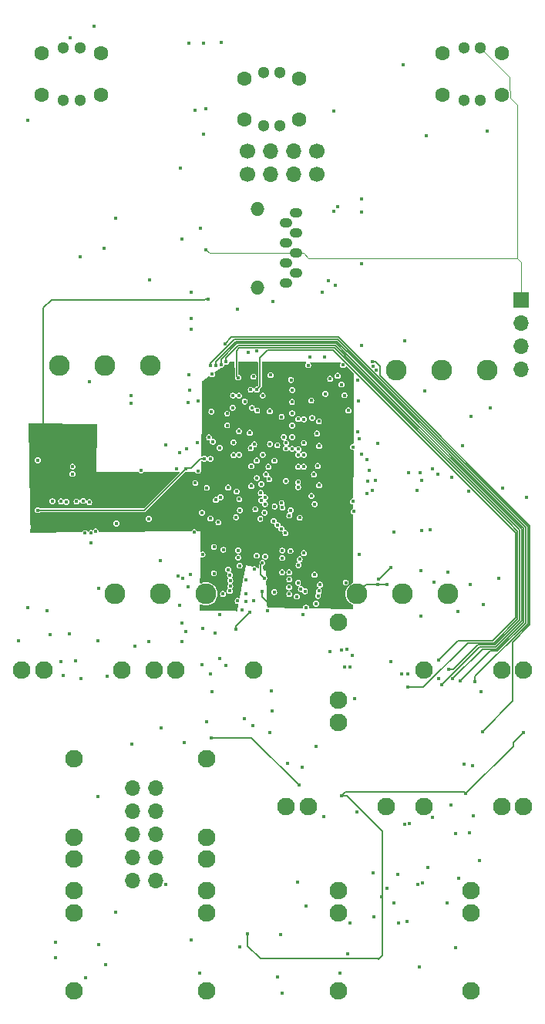
<source format=gbr>
G04 #@! TF.GenerationSoftware,KiCad,Pcbnew,8.0.5*
G04 #@! TF.CreationDate,2024-11-14T10:29:34-08:00*
G04 #@! TF.ProjectId,Sampler-built,53616d70-6c65-4722-9d62-75696c742e6b,rev?*
G04 #@! TF.SameCoordinates,PX38444c0PY67f3540*
G04 #@! TF.FileFunction,Copper,L3,Inr*
G04 #@! TF.FilePolarity,Positive*
%FSLAX46Y46*%
G04 Gerber Fmt 4.6, Leading zero omitted, Abs format (unit mm)*
G04 Created by KiCad (PCBNEW 8.0.5) date 2024-11-14 10:29:34*
%MOMM*%
%LPD*%
G01*
G04 APERTURE LIST*
G04 #@! TA.AperFunction,ComponentPad*
%ADD10C,1.700000*%
G04 #@! TD*
G04 #@! TA.AperFunction,ComponentPad*
%ADD11O,1.700000X1.700000*%
G04 #@! TD*
G04 #@! TA.AperFunction,ComponentPad*
%ADD12R,1.700000X1.700000*%
G04 #@! TD*
G04 #@! TA.AperFunction,ComponentPad*
%ADD13C,1.930400*%
G04 #@! TD*
G04 #@! TA.AperFunction,ComponentPad*
%ADD14C,1.600000*%
G04 #@! TD*
G04 #@! TA.AperFunction,ComponentPad*
%ADD15C,1.300000*%
G04 #@! TD*
G04 #@! TA.AperFunction,ComponentPad*
%ADD16O,1.397000X1.092200*%
G04 #@! TD*
G04 #@! TA.AperFunction,ComponentPad*
%ADD17O,1.524000X1.524000*%
G04 #@! TD*
G04 #@! TA.AperFunction,ComponentPad*
%ADD18C,2.286000*%
G04 #@! TD*
G04 #@! TA.AperFunction,ViaPad*
%ADD19C,0.400000*%
G04 #@! TD*
G04 #@! TA.AperFunction,Conductor*
%ADD20C,0.127000*%
G04 #@! TD*
G04 #@! TA.AperFunction,Conductor*
%ADD21C,0.203200*%
G04 #@! TD*
G04 #@! TA.AperFunction,Conductor*
%ADD22C,0.100000*%
G04 #@! TD*
G04 APERTURE END LIST*
D10*
G04 #@! TO.N,/UART_TX*
G04 #@! TO.C,J4*
X-32170000Y91520000D03*
G04 #@! TO.N,GND*
X-32170000Y94060000D03*
D11*
G04 #@! TO.N,/UART_RX*
X-29630000Y91520000D03*
G04 #@! TO.N,GND*
X-29630000Y94060000D03*
G04 #@! TO.N,/DEBUG2*
X-27090000Y91520000D03*
G04 #@! TO.N,GND*
X-27090000Y94060000D03*
D10*
G04 #@! TO.N,/DEBUG3*
X-24550000Y91520000D03*
G04 #@! TO.N,GND*
X-24550000Y94060000D03*
G04 #@! TD*
D12*
G04 #@! TO.N,+3V3*
G04 #@! TO.C,J3*
X-2090000Y77680000D03*
D11*
G04 #@! TO.N,/SWDCLK*
X-2090000Y75140000D03*
G04 #@! TO.N,GND*
X-2090000Y72600000D03*
G04 #@! TO.N,/SWDIO*
X-2090000Y70060000D03*
G04 #@! TD*
G04 #@! TO.N,Net-(D17-K)*
G04 #@! TO.C,J10*
X-42274785Y13930000D03*
X-44814785Y13930000D03*
G04 #@! TO.N,GND*
X-42274785Y16470000D03*
X-44814785Y16470000D03*
X-42274785Y19010000D03*
X-44814785Y19010000D03*
X-42274785Y21550000D03*
X-44814785Y21550000D03*
G04 #@! TO.N,Net-(D16-A)*
X-42274785Y24090000D03*
X-44814785Y24090000D03*
G04 #@! TD*
D13*
G04 #@! TO.N,Net-(J12-SIG)*
G04 #@! TO.C,J12*
X-51206000Y27276000D03*
G04 #@! TO.N,GND*
X-51206000Y16303200D03*
X-51206000Y18716200D03*
G04 #@! TD*
G04 #@! TO.N,Net-(J16-SIG)*
G04 #@! TO.C,J16*
X-22158000Y1833000D03*
G04 #@! TO.N,GND*
X-22158000Y12805800D03*
G04 #@! TO.N,unconnected-(J16-SW-Pad3)*
X-22158000Y10392800D03*
G04 #@! TD*
G04 #@! TO.N,Net-(J17-SIG)*
G04 #@! TO.C,J17*
X-7630000Y1833000D03*
G04 #@! TO.N,GND*
X-7630000Y12805800D03*
G04 #@! TO.N,unconnected-(J17-SW-Pad3)*
X-7630000Y10392800D03*
G04 #@! TD*
D14*
G04 #@! TO.N,unconnected-(Bank_But1-UP-A-Pad1)*
G04 #@! TO.C,Bank_But1*
X-4250000Y104750000D03*
G04 #@! TO.N,Net-(Bank_But1-POLE-A)*
X-10750000Y104750000D03*
G04 #@! TO.N,unconnected-(Bank_But1-DOWN-A-Pad3)*
X-4250000Y100250000D03*
G04 #@! TO.N,GND*
X-10750000Y100250000D03*
D15*
G04 #@! TO.N,+3V3*
X-6600000Y105400000D03*
G04 #@! TO.N,Net-(Bank_But1-G)*
X-8400000Y105400000D03*
G04 #@! TO.N,Net-(Bank_But1-R)*
X-8400000Y99600000D03*
G04 #@! TO.N,Net-(Bank_But1-B)*
X-6600000Y99600000D03*
G04 #@! TD*
D16*
G04 #@! TO.N,/D18*
G04 #@! TO.C,SD1*
X-27953000Y79531249D03*
G04 #@! TO.N,/D19*
X-26853180Y80631069D03*
G04 #@! TO.N,/D4*
X-27953000Y81731143D03*
G04 #@! TO.N,+3V3*
X-26853180Y82830963D03*
G04 #@! TO.N,/D9*
X-27953000Y83931037D03*
G04 #@! TO.N,GND*
X-26853180Y85030857D03*
G04 #@! TO.N,/D16*
X-27953000Y86130931D03*
G04 #@! TO.N,/D17*
X-26853180Y87230751D03*
D17*
G04 #@! TO.N,GND*
X-31122920Y79088400D03*
X-31122920Y87673600D03*
G04 #@! TD*
D18*
G04 #@! TO.N,GNDADC*
G04 #@! TO.C,POT_LENGTH1*
X-36760000Y45424000D03*
G04 #@! TO.N,Net-(POT_LENGTH1-Center)*
X-41760000Y45424000D03*
G04 #@! TO.N,VREF+*
X-46760000Y45424000D03*
G04 #@! TD*
D13*
G04 #@! TO.N,Net-(J2-SIG)*
G04 #@! TO.C,J2*
X-22157000Y42272000D03*
G04 #@! TO.N,GND*
X-22157000Y31299200D03*
X-22157000Y33712200D03*
G04 #@! TD*
D18*
G04 #@! TO.N,GNDADC*
G04 #@! TO.C,POT_PITCH1*
X-5820000Y70027000D03*
G04 #@! TO.N,Net-(POT_PITCH1-Center)*
X-10820000Y70027000D03*
G04 #@! TO.N,VREF+*
X-15820000Y70027000D03*
G04 #@! TD*
D13*
G04 #@! TO.N,Net-(J7-SIG)*
G04 #@! TO.C,J7*
X-45999000Y37065000D03*
G04 #@! TO.N,GND*
X-56971800Y37065000D03*
X-54558800Y37065000D03*
G04 #@! TD*
G04 #@! TO.N,Net-(J15-SIG)*
G04 #@! TO.C,J15*
X-36685000Y1833000D03*
G04 #@! TO.N,GND*
X-36685000Y12805800D03*
G04 #@! TO.N,unconnected-(J15-SW-Pad3)*
X-36685000Y10392800D03*
G04 #@! TD*
D14*
G04 #@! TO.N,unconnected-(REV_BUT1-UP-A-Pad1)*
G04 #@! TO.C,REV_BUT1*
X-48250000Y104750000D03*
G04 #@! TO.N,Net-(REV_BUT1-POLE-A)*
X-54750000Y104750000D03*
G04 #@! TO.N,unconnected-(REV_BUT1-DOWN-A-Pad3)*
X-48250000Y100250000D03*
G04 #@! TO.N,GND*
X-54750000Y100250000D03*
D15*
G04 #@! TO.N,+3V3*
X-50600000Y105400000D03*
G04 #@! TO.N,Net-(REV_BUT1-G)*
X-52400000Y105400000D03*
G04 #@! TO.N,Net-(REV_BUT1-R)*
X-52400000Y99600000D03*
G04 #@! TO.N,Net-(REV_BUT1-B)*
X-50600000Y99600000D03*
G04 #@! TD*
D13*
G04 #@! TO.N,Net-(J9-SIG)*
G04 #@! TO.C,J9*
X-36685000Y27276000D03*
G04 #@! TO.N,GND*
X-36685000Y16303200D03*
X-36685000Y18716200D03*
G04 #@! TD*
G04 #@! TO.N,Net-(J8-SIG)*
G04 #@! TO.C,J8*
X-12838000Y37065000D03*
G04 #@! TO.N,GND*
X-1865200Y37065000D03*
X-4278200Y37065000D03*
G04 #@! TD*
G04 #@! TO.N,Net-(J11-SIG)*
G04 #@! TO.C,J11*
X-51206000Y1833000D03*
G04 #@! TO.N,GND*
X-51206000Y12805800D03*
X-51206000Y10392800D03*
G04 #@! TD*
G04 #@! TO.N,Net-(J13-SIG)*
G04 #@! TO.C,J13*
X-12838000Y22069000D03*
G04 #@! TO.N,GND*
X-1865200Y22069000D03*
X-4278200Y22069000D03*
G04 #@! TD*
G04 #@! TO.N,Net-(J6-SIG)*
G04 #@! TO.C,J6*
X-31478000Y37065000D03*
G04 #@! TO.N,GND*
X-42450800Y37065000D03*
X-40037800Y37065000D03*
G04 #@! TD*
G04 #@! TO.N,Net-(J14-SIG)*
G04 #@! TO.C,J14*
X-16951000Y22069000D03*
G04 #@! TO.N,GND*
X-27923800Y22069000D03*
X-25510800Y22069000D03*
G04 #@! TD*
D14*
G04 #@! TO.N,unconnected-(PLAY_BUT1-UP-A-Pad1)*
G04 #@! TO.C,PLAY_BUT1*
X-26535000Y101979000D03*
G04 #@! TO.N,Net-(PLAY_BUT1-POLE-A)*
X-32527000Y101979000D03*
G04 #@! TO.N,unconnected-(PLAY_BUT1-DOWN-A-Pad3)*
X-26535000Y97479000D03*
G04 #@! TO.N,GND*
X-32527000Y97479000D03*
D15*
G04 #@! TO.N,+3V3*
X-28631000Y102629000D03*
G04 #@! TO.N,Net-(PLAY_BUT1-G)*
X-30431000Y102629000D03*
G04 #@! TO.N,Net-(PLAY_BUT1-R)*
X-30431000Y96829000D03*
G04 #@! TO.N,Net-(PLAY_BUT1-B)*
X-28631000Y96829000D03*
G04 #@! TD*
D18*
G04 #@! TO.N,GNDADC*
G04 #@! TO.C,POT_SAMP1*
X-42815000Y70455000D03*
G04 #@! TO.N,Net-(POT_SAMP1-Center)*
X-47815000Y70455000D03*
G04 #@! TO.N,VREF+*
X-52815000Y70455000D03*
G04 #@! TD*
G04 #@! TO.N,GNDADC*
G04 #@! TO.C,POT_START1*
X-10140000Y45424000D03*
G04 #@! TO.N,Net-(POT_START1-Center)*
X-15140000Y45424000D03*
G04 #@! TO.N,VREF+*
X-20140000Y45424000D03*
G04 #@! TD*
D19*
G04 #@! TO.N,GND*
X-51416648Y58600078D03*
X-16470000Y38000000D03*
X-27284360Y63918528D03*
X-50946648Y55560078D03*
X-48874685Y52274685D03*
X-47761433Y4690078D03*
X-44991748Y67190393D03*
X-50010078Y52110078D03*
X-52074948Y55538378D03*
X-20406500Y33880000D03*
X-53830000Y40980000D03*
X-32091433Y71910078D03*
X-56280000Y43910000D03*
X-30346664Y47147246D03*
X-30228399Y56013927D03*
X-36106648Y34710078D03*
X-33056648Y6630078D03*
X-4160000Y57060000D03*
X-44926648Y28960078D03*
X-49576648Y55500078D03*
X-26159050Y26356578D03*
X-31493728Y44712910D03*
X-29524785Y34760000D03*
X-11246648Y58600078D03*
X-46566492Y53164138D03*
X-28421285Y64856678D03*
X-20624785Y61560000D03*
X-39624933Y60890078D03*
X-7900000Y56720000D03*
X-13036648Y57870078D03*
X-28574785Y8010000D03*
X-35070000Y105970000D03*
X-13140000Y42950000D03*
X-38630000Y105906500D03*
X-32489785Y31700000D03*
X-7366648Y21020078D03*
X-23621433Y67380078D03*
X-1506648Y56030078D03*
X-43010000Y53660000D03*
X-7804785Y19200000D03*
X-39146648Y29110078D03*
X-28904785Y3395000D03*
X-21104785Y65570000D03*
X-49340000Y52100000D03*
X-25764275Y43911665D03*
X-50246648Y55630078D03*
X-7424785Y26550000D03*
X-29256750Y45615118D03*
X-29977795Y43534660D03*
X-9020463Y14196263D03*
X-37641433Y66620078D03*
X-46694785Y86635000D03*
X-8570000Y61730000D03*
X-51366648Y59400078D03*
X-16121433Y52240078D03*
X-9294785Y19120000D03*
X-28011400Y52106678D03*
X-37664871Y62009914D03*
X-52654948Y55568378D03*
X-53602884Y55600078D03*
X-30538400Y48816678D03*
X-16086648Y11450078D03*
X-24616648Y28640078D03*
X-48531433Y6920078D03*
X-46651433Y10460078D03*
X-38401433Y7460078D03*
X-14580000Y36620000D03*
X-12144285Y52470078D03*
G04 #@! TO.N,+3V3*
X-28324484Y70469877D03*
X-36181285Y67116678D03*
X-36214785Y36640000D03*
X-37972744Y98557256D03*
X-36721433Y83220000D03*
X-30531285Y59396678D03*
X-50336648Y56770078D03*
X-21920821Y60475575D03*
X-34131264Y44378646D03*
X-36471433Y77750078D03*
X-29373336Y46151566D03*
X-28011900Y52926678D03*
X-30572436Y45716088D03*
X-50926648Y56710078D03*
X-13111433Y47982462D03*
X-30208400Y48116678D03*
X-51816648Y56820078D03*
X-53274948Y56898378D03*
X-49606648Y56760078D03*
X-33822400Y51013126D03*
X-52584948Y56868378D03*
X-6521433Y34710078D03*
X-24441285Y63756678D03*
X-33483763Y41550078D03*
X-11154109Y36160078D03*
X-44510000Y39690000D03*
X-31938400Y43426678D03*
X-15241433Y36601500D03*
X-29625050Y44181288D03*
G04 #@! TO.N,/A4*
X-57330000Y40240000D03*
X-38480000Y47570000D03*
G04 #@! TO.N,GNDADC*
X-10150000Y47770000D03*
X-35757327Y41102185D03*
X-16410000Y48320000D03*
X-17751435Y47030078D03*
G04 #@! TO.N,/A5*
X-36694785Y31380500D03*
X-38672980Y46212350D03*
X-37163648Y37650000D03*
X-38937744Y41277744D03*
G04 #@! TO.N,+12V*
X-1901433Y30210078D03*
X-50462562Y36144461D03*
X-9770000Y58190000D03*
X-11878240Y59142588D03*
X-41651433Y30710078D03*
X-17494392Y12202334D03*
X-52699302Y37953813D03*
X-52379833Y36460078D03*
X-26536648Y24430078D03*
X-21826648Y23280078D03*
X-8204785Y23480000D03*
X-32146648Y8060000D03*
X-47944785Y83360000D03*
X-49520000Y68700000D03*
X-36204785Y29630000D03*
X-49380000Y51060000D03*
X-51725364Y41053500D03*
X-7740000Y46420000D03*
G04 #@! TO.N,-12VA*
X-15566648Y9320078D03*
X-37431433Y3810078D03*
X-12404785Y15340000D03*
X-51029998Y38040000D03*
X-28411433Y1570078D03*
X-25764785Y11130000D03*
X-29514785Y32540000D03*
X-16895048Y13100000D03*
X-14694785Y9420078D03*
X-49991433Y3250078D03*
X-20640000Y38660000D03*
X-50560000Y82410000D03*
X-13011433Y52340078D03*
X-54190000Y43540000D03*
X-26694785Y13730000D03*
X-29714785Y30170000D03*
G04 #@! TO.N,/A2*
X-39403500Y42190000D03*
X-39277721Y47163291D03*
G04 #@! TO.N,/A7*
X-39371433Y84350000D03*
X-38661433Y69480078D03*
X-36241433Y60250078D03*
X-38324933Y75660078D03*
G04 #@! TO.N,/A6*
X-36131285Y65426678D03*
X-33732087Y60665676D03*
X-34426440Y65236678D03*
X-37340000Y85590000D03*
G04 #@! TO.N,/D6*
X-18144785Y57920000D03*
X-15080000Y103520000D03*
G04 #@! TO.N,/D8*
X-40000000Y59136500D03*
X-25874444Y45702763D03*
X-24325876Y57344123D03*
X-39775315Y47374685D03*
X-36980000Y95860000D03*
X-39660000Y44200000D03*
G04 #@! TO.N,/A9*
X-37901433Y57610078D03*
X-38698940Y66456258D03*
G04 #@! TO.N,/D15*
X-27781433Y26820078D03*
X-20951433Y37390078D03*
X-21288226Y39322752D03*
X-18461433Y56773578D03*
X-25151731Y56180404D03*
X-28171429Y62636722D03*
G04 #@! TO.N,/D13*
X-21879635Y39221565D03*
X-27931433Y61989319D03*
X-21481433Y37390078D03*
X-48584785Y23200000D03*
G04 #@! TO.N,VREF+*
X-55230000Y54620000D03*
X-38991433Y59136500D03*
X-37137888Y41642800D03*
X-6253006Y44223636D03*
X-4554633Y47086878D03*
X-16827883Y46479996D03*
X-55220000Y60100000D03*
X-14940000Y73200000D03*
X-17891433Y46440078D03*
X-36941433Y60280078D03*
G04 #@! TO.N,/D11*
X-19674785Y60730000D03*
X-23320000Y79840000D03*
X-23700137Y71433500D03*
X-25361433Y71420078D03*
G04 #@! TO.N,/D10*
X-49000000Y107726500D03*
X-19054785Y60170000D03*
G04 #@! TO.N,/D14*
X-22690000Y98470006D03*
X-24539092Y63028871D03*
X-22690000Y87460000D03*
X-36770000Y98650002D03*
G04 #@! TO.N,/D12*
X-21851433Y68420078D03*
X-25081285Y64746678D03*
X-36990000Y105906500D03*
X-22294785Y69370000D03*
G04 #@! TO.N,/D0*
X-12550000Y95720000D03*
X-21680000Y70562334D03*
G04 #@! TO.N,/D1*
X-29421433Y77560078D03*
X-36091433Y69530078D03*
X-33250000Y76700000D03*
X-22314933Y87950000D03*
G04 #@! TO.N,/D3*
X-39536500Y92145286D03*
X-25174785Y66650000D03*
X-38324933Y78570078D03*
X-23961285Y78580078D03*
G04 #@! TO.N,/D5*
X-5870000Y96250000D03*
X-20070000Y68910000D03*
G04 #@! TO.N,/D19*
X-27257734Y67806549D03*
G04 #@! TO.N,/D18*
X-23104785Y69040000D03*
X-22531285Y79270078D03*
G04 #@! TO.N,/D7*
X-26623026Y59373759D03*
X-19640000Y88810000D03*
X-56280000Y97420000D03*
X-24820000Y47530000D03*
X-19630000Y81660000D03*
X-51670000Y106520000D03*
X-19620000Y72730000D03*
X-18820500Y59020000D03*
X-19630000Y87330000D03*
X-19940000Y49750000D03*
G04 #@! TO.N,/D17*
X-26613522Y64618915D03*
G04 #@! TO.N,/D16*
X-25971285Y64596678D03*
G04 #@! TO.N,/D9*
X-27401725Y68901878D03*
G04 #@! TO.N,/A0*
X-37121900Y49750000D03*
X-31621433Y30980000D03*
X-35200000Y43170000D03*
X-35200000Y38340000D03*
X-34589999Y37600001D03*
X-33126178Y60696678D03*
G04 #@! TO.N,/A1*
X-36660000Y57070000D03*
X-38561433Y67810078D03*
G04 #@! TO.N,/A3*
X-38911433Y61350078D03*
X-5491433Y65870078D03*
X-12680000Y67670000D03*
X-38341433Y74470078D03*
G04 #@! TO.N,/A8*
X-38058548Y52200078D03*
X-39360000Y40200000D03*
X-43040000Y40180000D03*
X-37168548Y54330078D03*
X-35231433Y61450078D03*
X-48600000Y40280000D03*
G04 #@! TO.N,Net-(J2-SIG)*
X-23101433Y39120078D03*
G04 #@! TO.N,Net-(C46-Pad1)*
X-13556648Y56740078D03*
X-9100000Y43470000D03*
G04 #@! TO.N,Net-(POT_LENGTH1-Center)*
X-41730000Y49100000D03*
X-42900000Y79900000D03*
X-43855000Y58995000D03*
G04 #@! TO.N,/D4*
X-27311285Y66506678D03*
G04 #@! TO.N,/VCOM*
X-6724785Y16140000D03*
X-11854785Y20850000D03*
X-23836648Y20990078D03*
G04 #@! TO.N,GNDA*
X-18354785Y14790000D03*
X-9844785Y22250000D03*
X-10254785Y11520000D03*
X-15634785Y14620000D03*
G04 #@! TO.N,Net-(POT_START1-Center)*
X-7656648Y64930078D03*
X-11723627Y46679115D03*
G04 #@! TO.N,Net-(U2B-VCAP_1)*
X-29698839Y61869124D03*
G04 #@! TO.N,+3.3VADC*
X-37621433Y58930078D03*
X-44990000Y66360000D03*
X-41121433Y61770078D03*
G04 #@! TO.N,/BOOT0*
X-31711285Y65846678D03*
X-31141433Y72090078D03*
G04 #@! TO.N,Net-(C152-Pad1)*
X-18334785Y9960078D03*
X-21206648Y5860078D03*
G04 #@! TO.N,Net-(C152-Pad2)*
X-20906648Y9300078D03*
X-22066648Y3760078D03*
G04 #@! TO.N,Net-(C153-Pad1)*
X-13294785Y4430000D03*
X-9356648Y6600078D03*
G04 #@! TO.N,/SWDCLK*
X-18352744Y70427256D03*
G04 #@! TO.N,/SWDIO*
X-18040000Y69990000D03*
G04 #@! TO.N,/UART_TX*
X-36395997Y62606420D03*
G04 #@! TO.N,/UART_RX*
X-35994785Y62143420D03*
G04 #@! TO.N,/DEBUG2*
X-32481285Y66546678D03*
G04 #@! TO.N,/DEBUG3*
X-29661285Y69446678D03*
G04 #@! TO.N,Net-(J9-SIG)*
X-48529485Y45987030D03*
X-47636648Y36350078D03*
G04 #@! TO.N,/LOUT+*
X-12983348Y13706953D03*
X-14370990Y20171603D03*
G04 #@! TO.N,/LOUT-*
X-13448884Y13525901D03*
X-14926648Y20120078D03*
G04 #@! TO.N,/I2C1_SCL*
X-7166648Y35820078D03*
X-34671433Y72870078D03*
G04 #@! TO.N,/I2C1_SDA*
X-11151433Y38150078D03*
X-31163507Y67843305D03*
G04 #@! TO.N,/RIN*
X-20146648Y21450078D03*
X-8371433Y26740078D03*
G04 #@! TO.N,/SAI_SD_B*
X-8784785Y35900000D03*
X-36247785Y70520000D03*
G04 #@! TO.N,/SAI_MCLK*
X-35053378Y70601773D03*
X-10855407Y35409378D03*
G04 #@! TO.N,/SD-NBL1*
X-26568400Y48566678D03*
X-31821285Y67836678D03*
G04 #@! TO.N,/SD-NBL0*
X-33124785Y67191712D03*
X-34080000Y46876681D03*
G04 #@! TO.N,/SD-CKE1*
X-28388400Y47796678D03*
X-31531285Y69276678D03*
G04 #@! TO.N,/CODEC_RESET*
X-6401433Y30310078D03*
X-18507744Y70902256D03*
G04 #@! TO.N,/SAI_FS*
X-9654785Y36080000D03*
X-35647782Y70520000D03*
G04 #@! TO.N,/SAI_SCK*
X-34525640Y70887247D03*
X-10118285Y37137000D03*
G04 #@! TO.N,/SAI_SD_A*
X-14534785Y35170000D03*
X-33206271Y69180078D03*
X-33771285Y67196678D03*
G04 #@! TO.N,/SD-NCAS*
X-29741285Y65486678D03*
X-30521285Y67186678D03*
X-31121285Y65546678D03*
X-31388400Y48136678D03*
G04 #@! TO.N,/SD-D2*
X-24638400Y44356678D03*
X-32387044Y44574879D03*
X-21390000Y46660000D03*
X-27276258Y65246678D03*
G04 #@! TO.N,/SD-D3*
X-20104785Y63200000D03*
X-34148400Y45736678D03*
X-18989648Y57754862D03*
X-24436579Y45188733D03*
X-25520915Y70530500D03*
X-20004785Y66580000D03*
X-19091433Y56410078D03*
X-21534785Y67230000D03*
G04 #@! TO.N,/SD-A0*
X-33368107Y56663178D03*
X-33813400Y65854563D03*
G04 #@! TO.N,/SD-A2*
X-35648966Y55737066D03*
X-34423601Y63934290D03*
G04 #@! TO.N,/SD-A1*
X-33188400Y50186678D03*
X-31927720Y63108823D03*
X-34848400Y50266678D03*
X-36240000Y53690000D03*
G04 #@! TO.N,/SD-CLK*
X-28901433Y61740078D03*
X-27594830Y47780156D03*
G04 #@! TO.N,/SD-A3*
X-33117342Y63286303D03*
X-35134281Y56032117D03*
G04 #@! TO.N,/SD-A4*
X-30698220Y55686498D03*
X-30783754Y53675392D03*
G04 #@! TO.N,/SD-NWE*
X-31813124Y61416678D03*
X-34298400Y48096678D03*
G04 #@! TO.N,/SD-A5*
X-33735510Y62055410D03*
X-34290212Y57103678D03*
G04 #@! TO.N,/SD-BA1*
X-33188697Y49406678D03*
X-30720000Y56510000D03*
X-20591900Y55570000D03*
X-27271285Y62636678D03*
G04 #@! TO.N,/SD-BA0*
X-24802548Y55280078D03*
X-27271285Y61346678D03*
X-29308400Y53426678D03*
X-31176317Y49622121D03*
G04 #@! TO.N,/SD-D1*
X-33258400Y44646678D03*
X-25974785Y61990000D03*
G04 #@! TO.N,/SD-A12*
X-24301674Y61664545D03*
X-26450000Y53776678D03*
X-26448400Y49216678D03*
X-20541900Y54460000D03*
G04 #@! TO.N,/SD-A11*
X-33428400Y53826678D03*
X-28358400Y49366678D03*
X-30230653Y49529027D03*
X-30524136Y60703916D03*
G04 #@! TO.N,/SD-NE1*
X-34860000Y45413031D03*
X-27952030Y61385554D03*
G04 #@! TO.N,/SD-D0*
X-26613634Y61313401D03*
X-32778400Y43616678D03*
G04 #@! TO.N,/SD-A7*
X-27583400Y54021678D03*
X-28455694Y52579384D03*
X-31450124Y61836678D03*
X-28350250Y50183135D03*
G04 #@! TO.N,/SD-A10*
X-31166452Y60056678D03*
X-35378400Y53276678D03*
G04 #@! TO.N,/SD-D10*
X-24215007Y46436645D03*
X-26626333Y60696678D03*
G04 #@! TO.N,/SD-D15*
X-26081900Y43120000D03*
X-24447659Y59464562D03*
G04 #@! TO.N,/SD-A6*
X-31747265Y59442904D03*
X-33077132Y55815410D03*
G04 #@! TO.N,/SD-A9*
X-33000080Y54608358D03*
X-31148979Y58141122D03*
G04 #@! TO.N,/SD-D5*
X-34080000Y46276678D03*
X-30268400Y55276678D03*
X-28418785Y55419721D03*
X-29876478Y59389485D03*
G04 #@! TO.N,/SD-D6*
X-32378400Y46996678D03*
X-29221285Y60041642D03*
X-27411400Y54606678D03*
X-28898400Y52976678D03*
G04 #@! TO.N,/SD-D8*
X-27979089Y57814645D03*
X-25977516Y49900000D03*
G04 #@! TO.N,/SD-D11*
X-24351900Y45733969D03*
X-27608400Y46156678D03*
X-25976312Y60686678D03*
X-26308376Y45951745D03*
G04 #@! TO.N,/SD-D14*
X-24868478Y58529485D03*
X-26781720Y45133358D03*
G04 #@! TO.N,/SD-D13*
X-27582340Y45406678D03*
X-25981285Y59391700D03*
G04 #@! TO.N,/SD-NRAS*
X-33051530Y48514272D03*
X-31763500Y57266324D03*
G04 #@! TO.N,/SD-A8*
X-27478703Y50130119D03*
X-30648138Y57478911D03*
G04 #@! TO.N,/SD-D4*
X-31311400Y54716678D03*
X-32382888Y45414144D03*
X-30141285Y58546678D03*
X-35868404Y47678278D03*
X-29185557Y55020427D03*
X-35868400Y50576678D03*
G04 #@! TO.N,/SD-D7*
X-30298925Y54353678D03*
X-29778285Y58026678D03*
X-34097628Y47494185D03*
X-28334167Y54885808D03*
G04 #@! TO.N,/SD-D9*
X-27582103Y47013336D03*
X-26614605Y57144818D03*
G04 #@! TO.N,/SD-D12*
X-26636535Y57680108D03*
X-26634307Y46635333D03*
G04 #@! TO.N,Net-(U14A--)*
X-14526648Y58760078D03*
X-13206648Y58690078D03*
G04 #@! TO.N,/D2*
X-41135730Y13496578D03*
X-17893500Y61930078D03*
X-24349965Y64367999D03*
X-53306648Y5470078D03*
X-53306648Y7170078D03*
X-19884785Y62490000D03*
G04 #@! TD*
D20*
G04 #@! TO.N,GND*
X-30538400Y48816678D02*
X-30710000Y48645078D01*
X-30710000Y48645078D02*
X-30710000Y47510582D01*
X-30710000Y47510582D02*
X-30346664Y47147246D01*
D21*
G04 #@! TO.N,+3V3*
X-36926648Y77690078D02*
X-36866648Y77750078D01*
D20*
X-33483763Y41881315D02*
X-33483763Y41550078D01*
D22*
X-3390000Y100733503D02*
X-3390000Y102190000D01*
D20*
X-31938400Y43426678D02*
X-33483763Y41881315D01*
D22*
X-3920000Y82295215D02*
X-2524785Y82295215D01*
X-3300000Y100643503D02*
X-3390000Y100733503D01*
D21*
X-30572436Y45716088D02*
X-30572436Y45128674D01*
D22*
X-2524785Y99081282D02*
X-3300000Y99856497D01*
D21*
X-54586648Y76810078D02*
X-53706648Y77690078D01*
X-53706648Y77690078D02*
X-36926648Y77690078D01*
D22*
X-25988180Y82830963D02*
X-26853180Y82830963D01*
X-26853180Y82830963D02*
X-36332396Y82830963D01*
X-36332396Y82830963D02*
X-36721433Y83220000D01*
D21*
X-53274948Y56898378D02*
X-54586648Y58210078D01*
X-36866648Y77750078D02*
X-36471433Y77750078D01*
D22*
X-3924785Y82300000D02*
X-25457217Y82300000D01*
D21*
X-54586648Y58210078D02*
X-54586648Y76810078D01*
D22*
X-2524785Y82295215D02*
X-2090000Y81860430D01*
X-2524785Y82295215D02*
X-2524785Y99081282D01*
X-2090000Y81860430D02*
X-2090000Y77680000D01*
X-3390000Y102190000D02*
X-6600000Y105400000D01*
X-3300000Y99856497D02*
X-3300000Y100643503D01*
D21*
X-30572436Y45128674D02*
X-29625050Y44181288D01*
D22*
X-25457217Y82300000D02*
X-25988180Y82830963D01*
D21*
G04 #@! TO.N,GNDADC*
X-17751435Y47030078D02*
X-17699922Y47030078D01*
X-17699922Y47030078D02*
X-16410000Y48320000D01*
G04 #@! TO.N,+12V*
X-31726570Y29630000D02*
X-26536648Y24440078D01*
X-32146648Y6741863D02*
X-30764785Y5360000D01*
X-3001433Y29110078D02*
X-1901433Y30210078D01*
X-3001433Y29110078D02*
X-3001433Y28683352D01*
X-21471526Y23635200D02*
X-21826648Y23280078D01*
X-8204785Y23480000D02*
X-8359985Y23635200D01*
X-26536648Y24440078D02*
X-26536648Y24430078D01*
X-30764785Y5360000D02*
X-17756570Y5360000D01*
X-21286648Y23280078D02*
X-17396648Y19390078D01*
X-8359985Y23635200D02*
X-21471526Y23635200D01*
X-17396648Y19390078D02*
X-17396648Y5699922D01*
X-3001433Y28683352D02*
X-8204785Y23480000D01*
X-17396648Y5699922D02*
X-17766570Y5330000D01*
X-21826648Y23280078D02*
X-21286648Y23280078D01*
X-32146648Y8060000D02*
X-32146648Y6741863D01*
X-36204785Y29630000D02*
X-31726570Y29630000D01*
G04 #@! TO.N,VREF+*
X-16867801Y46440078D02*
X-16827883Y46479996D01*
X-17891433Y46440078D02*
X-16867801Y46440078D01*
X-19123922Y46440078D02*
X-20140000Y45424000D01*
D20*
X-36941433Y60280078D02*
X-37351433Y60280078D01*
X-43507933Y54620000D02*
X-55230000Y54620000D01*
X-38897855Y59230078D02*
X-38991433Y59136500D01*
X-37351433Y60280078D02*
X-38401433Y59230078D01*
X-38991433Y59136500D02*
X-43507933Y54620000D01*
D21*
X-17891433Y46440078D02*
X-19123922Y46440078D01*
D20*
X-38401433Y59230078D02*
X-38897855Y59230078D01*
G04 #@! TO.N,/I2C1_SCL*
X-7166648Y35820078D02*
X-7166648Y36369733D01*
X-1386435Y52801565D02*
X-22174948Y73590078D01*
X-1386435Y42149946D02*
X-1386435Y52801565D01*
X-33951433Y73590078D02*
X-34671433Y72870078D01*
X-22174948Y73590078D02*
X-33951433Y73590078D01*
X-7166648Y36369733D02*
X-1386435Y42149946D01*
G04 #@! TO.N,/I2C1_SDA*
X-2751433Y52151433D02*
X-3985000Y53385000D01*
X-9031433Y40270078D02*
X-11151433Y38150078D01*
X-30791285Y68215527D02*
X-30791285Y71373500D01*
X-21768000Y71168000D02*
X-3985000Y53385000D01*
X-22800000Y72200000D02*
X-21395000Y70795000D01*
X-29964785Y72200000D02*
X-22800000Y72200000D01*
X-2751433Y42790078D02*
X-2751433Y52151433D01*
X-5271433Y40270078D02*
X-9031433Y40270078D01*
X-2751433Y42790078D02*
X-5271433Y40270078D01*
X-30791285Y71373500D02*
X-29964785Y72200000D01*
X-31163507Y67843305D02*
X-30791285Y68215527D01*
X-3985000Y53385000D02*
X-3715829Y53115830D01*
G04 #@! TO.N,/SAI_SD_B*
X-4722327Y39135080D02*
X-5549706Y39135079D01*
X-1613435Y52707539D02*
X-1613435Y42243972D01*
X-36247785Y70710148D02*
X-33594855Y73363078D01*
X-36247785Y70520000D02*
X-36247785Y70710148D01*
X-22268974Y73363078D02*
X-1613435Y52707539D01*
X-1613435Y42243972D02*
X-4722327Y39135080D01*
X-5549706Y39135079D02*
X-8784785Y35900000D01*
X-33594855Y73363078D02*
X-22268974Y73363078D01*
G04 #@! TO.N,/SAI_MCLK*
X-4910380Y39589079D02*
X-6675706Y39589079D01*
X-35053378Y71210593D02*
X-33354893Y72909078D01*
X-22457026Y72909078D02*
X-21343974Y71796026D01*
X-2067435Y52519487D02*
X-2067435Y42432024D01*
X-2067435Y42432024D02*
X-4910380Y39589079D01*
X-21396948Y71849000D02*
X-2067435Y52519487D01*
X-6675706Y39589079D02*
X-10855407Y35409378D01*
X-33354893Y72909078D02*
X-22457026Y72909078D01*
X-35053378Y70601773D02*
X-35053378Y71210593D01*
G04 #@! TO.N,/CODEC_RESET*
X-17646234Y69382390D02*
X-17646234Y70376234D01*
X-18172256Y70902256D02*
X-18507744Y70902256D01*
X-1159436Y52895592D02*
X-17646234Y69382390D01*
X-6401433Y30310078D02*
X-3081286Y33630225D01*
X-1159436Y42055919D02*
X-1159436Y52895592D01*
X-17646234Y70376234D02*
X-18172256Y70902256D01*
X-3081286Y40134069D02*
X-1159436Y42055919D01*
X-3081286Y33630225D02*
X-3081286Y40134069D01*
G04 #@! TO.N,/SAI_FS*
X-9654785Y36080000D02*
X-6372707Y39362078D01*
X-21228461Y72001539D02*
X-22363000Y73136078D01*
X-6372707Y39362078D02*
X-4816354Y39362079D01*
X-22363000Y73136078D02*
X-33448919Y73136078D01*
X-1840435Y42337998D02*
X-1840435Y52613513D01*
X-1840435Y52613513D02*
X-21302922Y72076000D01*
X-35647782Y70937215D02*
X-35647782Y70520000D01*
X-4816354Y39362079D02*
X-1840435Y42337998D01*
X-33448919Y73136078D02*
X-35647782Y70937215D01*
G04 #@! TO.N,/SAI_SCK*
X-34525640Y71336897D02*
X-34525640Y70887247D01*
X-5004406Y39816079D02*
X-2294435Y42526050D01*
X-22551052Y72682078D02*
X-33180459Y72682078D01*
X-2294435Y42526050D02*
X-2294435Y52425461D01*
X-10118285Y37137000D02*
X-9553485Y37137000D01*
X-2294435Y52425461D02*
X-21490974Y71622000D01*
X-9553485Y37137000D02*
X-6874407Y39816078D01*
X-33180459Y72682078D02*
X-34525640Y71336897D01*
X-6874407Y39816078D02*
X-5004406Y39816079D01*
X-21454487Y71585513D02*
X-22551052Y72682078D01*
G04 #@! TO.N,/SAI_SD_A*
X-33206271Y69180078D02*
X-33371433Y69345240D01*
X-33412725Y72128786D02*
X-33086433Y72455078D01*
X-33412725Y70298437D02*
X-33412725Y72128786D01*
X-2521435Y42620076D02*
X-5098433Y40043078D01*
X-33371433Y70257145D02*
X-33412725Y70298437D01*
X-33086433Y72455078D02*
X-22645078Y72455078D01*
X-3490000Y53300000D02*
X-2521435Y52331435D01*
X-2521435Y52331435D02*
X-2521435Y42620076D01*
X-7993648Y40043078D02*
X-12866726Y35170000D01*
X-5098433Y40043078D02*
X-7993648Y40043078D01*
X-12866726Y35170000D02*
X-14534785Y35170000D01*
X-22645078Y72455078D02*
X-21585000Y71395000D01*
X-21585000Y71395000D02*
X-3490000Y53300000D01*
X-33371433Y69345240D02*
X-33371433Y70257145D01*
G04 #@! TD*
G04 #@! TA.AperFunction,Conductor*
G04 #@! TO.N,+3V3*
G36*
X-48757971Y64097914D02*
G01*
X-48713851Y64079432D01*
X-48695723Y64035164D01*
X-48695726Y64034682D01*
X-48756885Y58820839D01*
X-48756885Y58820838D01*
X-44170993Y58824728D01*
X-44126786Y58806461D01*
X-44116817Y58793480D01*
X-44109750Y58781240D01*
X-44021276Y58707002D01*
X-43912747Y58667500D01*
X-43912744Y58667500D01*
X-43797256Y58667500D01*
X-43797253Y58667500D01*
X-43688724Y58707002D01*
X-43600250Y58781240D01*
X-43592876Y58794014D01*
X-43554929Y58823134D01*
X-43538811Y58825264D01*
X-40121467Y58828163D01*
X-40100041Y58824394D01*
X-40057753Y58809002D01*
X-40057747Y58809000D01*
X-40057744Y58809000D01*
X-39942254Y58809000D01*
X-39942253Y58809000D01*
X-39899388Y58824603D01*
X-39878080Y58828369D01*
X-39720488Y58828503D01*
X-39676279Y58810234D01*
X-39657936Y58766056D01*
X-39676205Y58721846D01*
X-39676242Y58721809D01*
X-43568742Y54829306D01*
X-43612936Y54811000D01*
X-54927008Y54811000D01*
X-54971202Y54829306D01*
X-54974887Y54833327D01*
X-54975251Y54833761D01*
X-55063725Y54907999D01*
X-55172251Y54947500D01*
X-55172253Y54947500D01*
X-55287747Y54947500D01*
X-55287750Y54947500D01*
X-55396276Y54907999D01*
X-55484750Y54833761D01*
X-55542497Y54733740D01*
X-55562552Y54620000D01*
X-55542497Y54506261D01*
X-55484750Y54406240D01*
X-55396276Y54332002D01*
X-55287747Y54292500D01*
X-55287744Y54292500D01*
X-55172256Y54292500D01*
X-55172253Y54292500D01*
X-55063724Y54332002D01*
X-54975250Y54406240D01*
X-54975248Y54406244D01*
X-54974887Y54406673D01*
X-54974484Y54406883D01*
X-54971061Y54409755D01*
X-54970425Y54408997D01*
X-54932456Y54428762D01*
X-54927008Y54429000D01*
X-43469943Y54429000D01*
X-43469941Y54429000D01*
X-43399740Y54458078D01*
X-40247740Y57610078D01*
X-38233985Y57610078D01*
X-38213930Y57496339D01*
X-38156183Y57396318D01*
X-38067709Y57322080D01*
X-37962428Y57283760D01*
X-37959180Y57282578D01*
X-37959177Y57282578D01*
X-37843689Y57282578D01*
X-37843686Y57282578D01*
X-37735157Y57322080D01*
X-37646683Y57396318D01*
X-37588936Y57496339D01*
X-37568881Y57610078D01*
X-37588936Y57723817D01*
X-37646683Y57823838D01*
X-37735157Y57898076D01*
X-37735158Y57898077D01*
X-37843684Y57937578D01*
X-37843686Y57937578D01*
X-37959180Y57937578D01*
X-37959183Y57937578D01*
X-38067709Y57898077D01*
X-38156183Y57823839D01*
X-38213930Y57723818D01*
X-38233985Y57610078D01*
X-40247740Y57610078D01*
X-39067124Y58790694D01*
X-39022930Y58809000D01*
X-38933689Y58809000D01*
X-38933686Y58809000D01*
X-38888472Y58825458D01*
X-38867153Y58829227D01*
X-37977943Y58829981D01*
X-37933734Y58811713D01*
X-37923765Y58798732D01*
X-37876183Y58716318D01*
X-37787709Y58642080D01*
X-37679180Y58602578D01*
X-37679177Y58602578D01*
X-37563689Y58602578D01*
X-37563686Y58602578D01*
X-37455157Y58642080D01*
X-37366683Y58716318D01*
X-37318753Y58799337D01*
X-37280804Y58828456D01*
X-37266673Y58830323D01*
X-37266410Y58830583D01*
X-37266410Y58830584D01*
X-36966885Y58830838D01*
X-37049900Y54635412D01*
X-37110799Y54657578D01*
X-37110801Y54657578D01*
X-37226295Y54657578D01*
X-37226298Y54657578D01*
X-37334824Y54618077D01*
X-37423298Y54543839D01*
X-37481045Y54443818D01*
X-37501100Y54330078D01*
X-37481045Y54216339D01*
X-37423298Y54116318D01*
X-37334824Y54042080D01*
X-37226301Y54002580D01*
X-37226295Y54002578D01*
X-37226292Y54002578D01*
X-37110804Y54002578D01*
X-37110801Y54002578D01*
X-37062072Y54020315D01*
X-37096885Y52260838D01*
X-37335806Y52259198D01*
X-37683128Y52256815D01*
X-37727447Y52274818D01*
X-37745107Y52308464D01*
X-37746051Y52313817D01*
X-37803798Y52413838D01*
X-37892272Y52488076D01*
X-37892273Y52488077D01*
X-38000799Y52527578D01*
X-38000801Y52527578D01*
X-38116295Y52527578D01*
X-38116298Y52527578D01*
X-38224824Y52488077D01*
X-38313298Y52413839D01*
X-38371046Y52313815D01*
X-38372899Y52303306D01*
X-38398601Y52262962D01*
X-38434020Y52251660D01*
X-48483444Y52182676D01*
X-48527763Y52200679D01*
X-48546372Y52244746D01*
X-48545424Y52256023D01*
X-48542133Y52274685D01*
X-48562188Y52388424D01*
X-48619935Y52488445D01*
X-48708409Y52562683D01*
X-48708410Y52562684D01*
X-48816936Y52602185D01*
X-48816938Y52602185D01*
X-48932432Y52602185D01*
X-48932435Y52602185D01*
X-49040961Y52562684D01*
X-49129435Y52488446D01*
X-49129437Y52488444D01*
X-49158827Y52437538D01*
X-49196777Y52408418D01*
X-49234329Y52410057D01*
X-49282251Y52427500D01*
X-49282253Y52427500D01*
X-49397747Y52427500D01*
X-49397750Y52427500D01*
X-49506276Y52387999D01*
X-49594751Y52313760D01*
X-49594753Y52313757D01*
X-49618004Y52273485D01*
X-49655954Y52244365D01*
X-49703380Y52250609D01*
X-49726257Y52273485D01*
X-49726950Y52274685D01*
X-49755328Y52323838D01*
X-49831792Y52387999D01*
X-49843803Y52398077D01*
X-49952329Y52437578D01*
X-49952331Y52437578D01*
X-50067825Y52437578D01*
X-50067828Y52437578D01*
X-50176354Y52398077D01*
X-50264828Y52323839D01*
X-50322575Y52223819D01*
X-50322576Y52223815D01*
X-50323024Y52221273D01*
X-50324136Y52219528D01*
X-50324444Y52218681D01*
X-50324632Y52218750D01*
X-50348727Y52180930D01*
X-50384145Y52169629D01*
X-55960008Y52131353D01*
X-56004327Y52149355D01*
X-56022936Y52193423D01*
X-56022935Y52194331D01*
X-56016648Y52860078D01*
X-56022478Y53164138D01*
X-46899044Y53164138D01*
X-46878989Y53050399D01*
X-46821242Y52950378D01*
X-46732768Y52876140D01*
X-46624239Y52836638D01*
X-46624236Y52836638D01*
X-46508748Y52836638D01*
X-46508745Y52836638D01*
X-46400216Y52876140D01*
X-46311742Y52950378D01*
X-46253995Y53050399D01*
X-46233940Y53164138D01*
X-46253995Y53277877D01*
X-46311742Y53377898D01*
X-46400216Y53452136D01*
X-46400217Y53452137D01*
X-46508743Y53491638D01*
X-46508745Y53491638D01*
X-46624239Y53491638D01*
X-46624242Y53491638D01*
X-46732768Y53452137D01*
X-46821242Y53377899D01*
X-46878989Y53277878D01*
X-46878989Y53277877D01*
X-46899044Y53164138D01*
X-56022478Y53164138D01*
X-56031985Y53660000D01*
X-43342552Y53660000D01*
X-43322497Y53546261D01*
X-43264750Y53446240D01*
X-43176276Y53372002D01*
X-43067747Y53332500D01*
X-43067744Y53332500D01*
X-42952256Y53332500D01*
X-42952253Y53332500D01*
X-42843724Y53372002D01*
X-42755250Y53446240D01*
X-42697503Y53546261D01*
X-42677448Y53660000D01*
X-42697503Y53773739D01*
X-42755250Y53873760D01*
X-42843724Y53947998D01*
X-42843725Y53947999D01*
X-42952251Y53987500D01*
X-42952253Y53987500D01*
X-43067747Y53987500D01*
X-43067750Y53987500D01*
X-43176276Y53947999D01*
X-43264750Y53873761D01*
X-43322497Y53773740D01*
X-43322497Y53773739D01*
X-43342552Y53660000D01*
X-56031985Y53660000D01*
X-56069181Y55600078D01*
X-53935436Y55600078D01*
X-53915381Y55486339D01*
X-53857634Y55386318D01*
X-53769160Y55312080D01*
X-53682067Y55280380D01*
X-53660631Y55272578D01*
X-53660628Y55272578D01*
X-53545140Y55272578D01*
X-53545137Y55272578D01*
X-53436608Y55312080D01*
X-53348134Y55386318D01*
X-53290387Y55486339D01*
X-53275921Y55568378D01*
X-52987500Y55568378D01*
X-52967445Y55454639D01*
X-52909698Y55354618D01*
X-52821224Y55280380D01*
X-52712695Y55240878D01*
X-52712692Y55240878D01*
X-52597204Y55240878D01*
X-52597201Y55240878D01*
X-52488672Y55280380D01*
X-52421432Y55336802D01*
X-52375811Y55351185D01*
X-52333380Y55329097D01*
X-52332997Y55328549D01*
X-52329698Y55324618D01*
X-52241224Y55250380D01*
X-52135998Y55212080D01*
X-52132695Y55210878D01*
X-52132692Y55210878D01*
X-52017204Y55210878D01*
X-52017201Y55210878D01*
X-51908672Y55250380D01*
X-51820198Y55324618D01*
X-51762451Y55424639D01*
X-51742396Y55538378D01*
X-51746222Y55560078D01*
X-51279200Y55560078D01*
X-51259145Y55446339D01*
X-51201398Y55346318D01*
X-51112924Y55272080D01*
X-51027202Y55240879D01*
X-51004395Y55232578D01*
X-51004392Y55232578D01*
X-50888904Y55232578D01*
X-50888901Y55232578D01*
X-50780372Y55272080D01*
X-50691898Y55346318D01*
X-50634151Y55446339D01*
X-50634151Y55446340D01*
X-50631417Y55451075D01*
X-50629158Y55449771D01*
X-50603074Y55478262D01*
X-50555286Y55480371D01*
X-50522508Y55452880D01*
X-50501401Y55416321D01*
X-50501399Y55416319D01*
X-50501398Y55416318D01*
X-50412924Y55342080D01*
X-50304395Y55302578D01*
X-50304392Y55302578D01*
X-50188904Y55302578D01*
X-50188901Y55302578D01*
X-50080372Y55342080D01*
X-49991898Y55416318D01*
X-49991897Y55416321D01*
X-49989920Y55417979D01*
X-49944299Y55432363D01*
X-49901868Y55410275D01*
X-49891015Y55391476D01*
X-49889147Y55386343D01*
X-49889146Y55386340D01*
X-49889145Y55386339D01*
X-49831398Y55286318D01*
X-49742924Y55212080D01*
X-49634395Y55172578D01*
X-49634392Y55172578D01*
X-49518904Y55172578D01*
X-49518901Y55172578D01*
X-49410372Y55212080D01*
X-49321898Y55286318D01*
X-49264151Y55386339D01*
X-49244096Y55500078D01*
X-49264151Y55613817D01*
X-49321898Y55713838D01*
X-49351508Y55738684D01*
X-49410373Y55788077D01*
X-49518899Y55827578D01*
X-49518901Y55827578D01*
X-49634395Y55827578D01*
X-49634398Y55827578D01*
X-49742924Y55788077D01*
X-49833377Y55712178D01*
X-49878999Y55697794D01*
X-49921429Y55719882D01*
X-49932283Y55738684D01*
X-49934151Y55743815D01*
X-49934151Y55743817D01*
X-49991898Y55843838D01*
X-49996948Y55848076D01*
X-50080373Y55918077D01*
X-50188899Y55957578D01*
X-50188901Y55957578D01*
X-50304395Y55957578D01*
X-50304398Y55957578D01*
X-50412924Y55918077D01*
X-50501398Y55843839D01*
X-50561879Y55739081D01*
X-50564131Y55740382D01*
X-50590260Y55711878D01*
X-50638051Y55709800D01*
X-50670790Y55737277D01*
X-50671832Y55739081D01*
X-50691898Y55773838D01*
X-50701789Y55782138D01*
X-50780373Y55848077D01*
X-50888899Y55887578D01*
X-50888901Y55887578D01*
X-51004395Y55887578D01*
X-51004398Y55887578D01*
X-51112924Y55848077D01*
X-51201398Y55773839D01*
X-51259145Y55673818D01*
X-51279200Y55560078D01*
X-51746222Y55560078D01*
X-51762451Y55652117D01*
X-51820198Y55752138D01*
X-51824290Y55755572D01*
X-51908673Y55826377D01*
X-52017199Y55865878D01*
X-52017201Y55865878D01*
X-52132695Y55865878D01*
X-52132698Y55865878D01*
X-52241226Y55826377D01*
X-52308466Y55769956D01*
X-52354087Y55755572D01*
X-52396517Y55777661D01*
X-52396896Y55778202D01*
X-52400199Y55782139D01*
X-52488673Y55856377D01*
X-52597199Y55895878D01*
X-52597201Y55895878D01*
X-52712695Y55895878D01*
X-52712698Y55895878D01*
X-52821224Y55856377D01*
X-52909698Y55782139D01*
X-52967445Y55682118D01*
X-52972735Y55652118D01*
X-52987500Y55568378D01*
X-53275921Y55568378D01*
X-53270332Y55600078D01*
X-53290387Y55713817D01*
X-53348134Y55813838D01*
X-53388937Y55848076D01*
X-53436609Y55888077D01*
X-53545135Y55927578D01*
X-53545137Y55927578D01*
X-53660631Y55927578D01*
X-53660634Y55927578D01*
X-53769160Y55888077D01*
X-53857634Y55813839D01*
X-53915381Y55713818D01*
X-53935436Y55600078D01*
X-56069181Y55600078D01*
X-56126699Y58600078D01*
X-51749200Y58600078D01*
X-51729145Y58486339D01*
X-51671398Y58386318D01*
X-51582924Y58312080D01*
X-51474395Y58272578D01*
X-51474392Y58272578D01*
X-51358904Y58272578D01*
X-51358901Y58272578D01*
X-51250372Y58312080D01*
X-51161898Y58386318D01*
X-51104151Y58486339D01*
X-51084096Y58600078D01*
X-51104151Y58713817D01*
X-51161898Y58813838D01*
X-51164878Y58816339D01*
X-51250373Y58888077D01*
X-51358899Y58927578D01*
X-51358901Y58927578D01*
X-51474395Y58927578D01*
X-51474398Y58927578D01*
X-51582924Y58888077D01*
X-51671398Y58813839D01*
X-51729145Y58713818D01*
X-51729145Y58713817D01*
X-51749200Y58600078D01*
X-56126699Y58600078D01*
X-56142037Y59400078D01*
X-51699200Y59400078D01*
X-51679145Y59286339D01*
X-51621398Y59186318D01*
X-51532924Y59112080D01*
X-51424395Y59072578D01*
X-51424392Y59072578D01*
X-51308904Y59072578D01*
X-51308901Y59072578D01*
X-51200372Y59112080D01*
X-51111898Y59186318D01*
X-51054151Y59286339D01*
X-51034096Y59400078D01*
X-51054151Y59513817D01*
X-51111898Y59613838D01*
X-51200372Y59688076D01*
X-51200373Y59688077D01*
X-51308899Y59727578D01*
X-51308901Y59727578D01*
X-51424395Y59727578D01*
X-51424398Y59727578D01*
X-51532924Y59688077D01*
X-51621398Y59613839D01*
X-51679145Y59513818D01*
X-51679145Y59513817D01*
X-51699200Y59400078D01*
X-56142037Y59400078D01*
X-56155456Y60100000D01*
X-55552552Y60100000D01*
X-55532497Y59986261D01*
X-55474750Y59886240D01*
X-55386276Y59812002D01*
X-55277747Y59772500D01*
X-55277744Y59772500D01*
X-55162256Y59772500D01*
X-55162253Y59772500D01*
X-55053724Y59812002D01*
X-54965250Y59886240D01*
X-54907503Y59986261D01*
X-54887448Y60100000D01*
X-54907503Y60213739D01*
X-54965250Y60313760D01*
X-55053724Y60387998D01*
X-55053725Y60387999D01*
X-55162251Y60427500D01*
X-55162253Y60427500D01*
X-55277747Y60427500D01*
X-55277750Y60427500D01*
X-55386276Y60387999D01*
X-55474750Y60313761D01*
X-55532497Y60213740D01*
X-55532497Y60213739D01*
X-55552552Y60100000D01*
X-56155456Y60100000D01*
X-56231455Y64063941D01*
X-56213999Y64108477D01*
X-56170164Y64127627D01*
X-56168766Y64127637D01*
X-48757971Y64097914D01*
G37*
G04 #@! TD.AperFunction*
G04 #@! TD*
G04 #@! TA.AperFunction,Conductor*
G04 #@! TO.N,+3V3*
G36*
X-33666064Y70898018D02*
G01*
X-33621919Y70879601D01*
X-33603725Y70835519D01*
X-33603725Y70336429D01*
X-33603725Y70260445D01*
X-33579931Y70203001D01*
X-33574647Y70190244D01*
X-33572969Y70187733D01*
X-33562433Y70153006D01*
X-33562433Y69307249D01*
X-33537117Y69246128D01*
X-33533309Y69211362D01*
X-33538823Y69180081D01*
X-33538823Y69180080D01*
X-33538823Y69180078D01*
X-33518768Y69066339D01*
X-33461021Y68966318D01*
X-33372547Y68892080D01*
X-33264018Y68852578D01*
X-33264015Y68852578D01*
X-33148527Y68852578D01*
X-33148524Y68852578D01*
X-33039995Y68892080D01*
X-32951521Y68966318D01*
X-32893774Y69066339D01*
X-32873719Y69180078D01*
X-32890752Y69276678D01*
X-31863837Y69276678D01*
X-31843782Y69162939D01*
X-31786035Y69062918D01*
X-31697561Y68988680D01*
X-31589032Y68949178D01*
X-31589029Y68949178D01*
X-31473541Y68949178D01*
X-31473538Y68949178D01*
X-31365009Y68988680D01*
X-31276535Y69062918D01*
X-31218788Y69162939D01*
X-31198733Y69276678D01*
X-31218788Y69390417D01*
X-31276535Y69490438D01*
X-31292964Y69504224D01*
X-31365010Y69564677D01*
X-31473536Y69604178D01*
X-31473538Y69604178D01*
X-31589032Y69604178D01*
X-31589035Y69604178D01*
X-31697561Y69564677D01*
X-31786035Y69490439D01*
X-31843782Y69390418D01*
X-31857832Y69310733D01*
X-31863837Y69276678D01*
X-32890752Y69276678D01*
X-32893774Y69293817D01*
X-32951521Y69393838D01*
X-33014493Y69446678D01*
X-33039996Y69468077D01*
X-33139309Y69504224D01*
X-33174577Y69536541D01*
X-33180433Y69562955D01*
X-33180433Y70295135D01*
X-33180433Y70295137D01*
X-33209511Y70365338D01*
X-33209512Y70365341D01*
X-33211191Y70367853D01*
X-33221725Y70402577D01*
X-33221725Y70834231D01*
X-33203419Y70878425D01*
X-33159226Y70896731D01*
X-31044624Y70891361D01*
X-31000479Y70872943D01*
X-30982285Y70828861D01*
X-30982285Y68320530D01*
X-31000591Y68276336D01*
X-31087816Y68189111D01*
X-31132010Y68170805D01*
X-31221257Y68170805D01*
X-31329783Y68131304D01*
X-31418258Y68057065D01*
X-31418259Y68057064D01*
X-31440184Y68019089D01*
X-31478135Y67989969D01*
X-31525561Y67996214D01*
X-31548437Y68019091D01*
X-31566535Y68050438D01*
X-31655010Y68124677D01*
X-31763536Y68164178D01*
X-31763538Y68164178D01*
X-31879032Y68164178D01*
X-31879035Y68164178D01*
X-31987561Y68124677D01*
X-32076035Y68050439D01*
X-32133782Y67950418D01*
X-32153837Y67836678D01*
X-32133782Y67722939D01*
X-32076035Y67622918D01*
X-31987561Y67548680D01*
X-31903265Y67517998D01*
X-31879032Y67509178D01*
X-31879029Y67509178D01*
X-31763541Y67509178D01*
X-31763538Y67509178D01*
X-31655009Y67548680D01*
X-31566535Y67622918D01*
X-31544610Y67660895D01*
X-31506659Y67690014D01*
X-31459233Y67683771D01*
X-31436356Y67660894D01*
X-31418257Y67629545D01*
X-31329783Y67555307D01*
X-31228799Y67518551D01*
X-31221254Y67515805D01*
X-31221251Y67515805D01*
X-31105763Y67515805D01*
X-31105760Y67515805D01*
X-30997231Y67555307D01*
X-30908757Y67629545D01*
X-30851010Y67729566D01*
X-30837436Y67806549D01*
X-27590286Y67806549D01*
X-27570231Y67692810D01*
X-27512484Y67592789D01*
X-27424010Y67518551D01*
X-27411996Y67514178D01*
X-27315481Y67479049D01*
X-27315478Y67479049D01*
X-27199990Y67479049D01*
X-27199987Y67479049D01*
X-27091458Y67518551D01*
X-27002984Y67592789D01*
X-26945237Y67692810D01*
X-26925182Y67806549D01*
X-26945237Y67920288D01*
X-27002984Y68020309D01*
X-27038890Y68050438D01*
X-27091459Y68094548D01*
X-27199985Y68134049D01*
X-27199987Y68134049D01*
X-27315481Y68134049D01*
X-27315484Y68134049D01*
X-27424010Y68094548D01*
X-27512484Y68020310D01*
X-27570231Y67920289D01*
X-27590286Y67806549D01*
X-30837436Y67806549D01*
X-30830955Y67843305D01*
X-30834665Y67864346D01*
X-30824311Y67911046D01*
X-30817314Y67919385D01*
X-30629363Y68107334D01*
X-30600285Y68177535D01*
X-30600285Y68253519D01*
X-30600285Y68420078D01*
X-22183985Y68420078D01*
X-22163930Y68306339D01*
X-22106183Y68206318D01*
X-22017709Y68132080D01*
X-21914593Y68094548D01*
X-21909180Y68092578D01*
X-21909177Y68092578D01*
X-21793689Y68092578D01*
X-21793686Y68092578D01*
X-21685157Y68132080D01*
X-21596683Y68206318D01*
X-21538936Y68306339D01*
X-21518881Y68420078D01*
X-21538936Y68533817D01*
X-21596683Y68633838D01*
X-21685157Y68708076D01*
X-21685158Y68708077D01*
X-21793684Y68747578D01*
X-21793686Y68747578D01*
X-21909180Y68747578D01*
X-21909183Y68747578D01*
X-22017709Y68708077D01*
X-22106183Y68633839D01*
X-22163930Y68533818D01*
X-22183985Y68420078D01*
X-30600285Y68420078D01*
X-30600285Y68901878D01*
X-27734277Y68901878D01*
X-27714222Y68788139D01*
X-27656475Y68688118D01*
X-27568001Y68613880D01*
X-27459472Y68574378D01*
X-27459469Y68574378D01*
X-27343981Y68574378D01*
X-27343978Y68574378D01*
X-27235449Y68613880D01*
X-27146975Y68688118D01*
X-27089228Y68788139D01*
X-27069173Y68901878D01*
X-27089228Y69015617D01*
X-27103305Y69040000D01*
X-23437337Y69040000D01*
X-23417282Y68926261D01*
X-23359535Y68826240D01*
X-23271061Y68752002D01*
X-23162532Y68712500D01*
X-23162529Y68712500D01*
X-23047041Y68712500D01*
X-23047038Y68712500D01*
X-22938509Y68752002D01*
X-22850035Y68826240D01*
X-22792288Y68926261D01*
X-22772233Y69040000D01*
X-22792288Y69153739D01*
X-22850035Y69253760D01*
X-22853015Y69256261D01*
X-22938510Y69327999D01*
X-23047036Y69367500D01*
X-23047038Y69367500D01*
X-23162532Y69367500D01*
X-23162535Y69367500D01*
X-23271061Y69327999D01*
X-23359535Y69253761D01*
X-23417282Y69153740D01*
X-23417282Y69153739D01*
X-23437337Y69040000D01*
X-27103305Y69040000D01*
X-27146975Y69115638D01*
X-27192383Y69153740D01*
X-27235450Y69189877D01*
X-27343976Y69229378D01*
X-27343978Y69229378D01*
X-27459472Y69229378D01*
X-27459475Y69229378D01*
X-27568001Y69189877D01*
X-27656475Y69115639D01*
X-27714222Y69015618D01*
X-27714222Y69015617D01*
X-27734277Y68901878D01*
X-30600285Y68901878D01*
X-30600285Y69446678D01*
X-29993837Y69446678D01*
X-29973782Y69332939D01*
X-29916035Y69232918D01*
X-29827561Y69158680D01*
X-29719032Y69119178D01*
X-29719029Y69119178D01*
X-29603541Y69119178D01*
X-29603538Y69119178D01*
X-29495009Y69158680D01*
X-29406535Y69232918D01*
X-29348788Y69332939D01*
X-29342253Y69370000D01*
X-22627337Y69370000D01*
X-22607282Y69256261D01*
X-22549535Y69156240D01*
X-22461061Y69082002D01*
X-22352532Y69042500D01*
X-22352529Y69042500D01*
X-22237041Y69042500D01*
X-22237038Y69042500D01*
X-22128509Y69082002D01*
X-22040035Y69156240D01*
X-21982288Y69256261D01*
X-21962233Y69370000D01*
X-21982288Y69483739D01*
X-22040035Y69583760D01*
X-22090527Y69626128D01*
X-22128510Y69657999D01*
X-22237036Y69697500D01*
X-22237038Y69697500D01*
X-22352532Y69697500D01*
X-22352535Y69697500D01*
X-22461061Y69657999D01*
X-22549535Y69583761D01*
X-22607282Y69483740D01*
X-22607282Y69483739D01*
X-22627337Y69370000D01*
X-29342253Y69370000D01*
X-29328733Y69446678D01*
X-29348788Y69560417D01*
X-29406535Y69660438D01*
X-29495009Y69734676D01*
X-29495010Y69734677D01*
X-29603536Y69774178D01*
X-29603538Y69774178D01*
X-29719032Y69774178D01*
X-29719035Y69774178D01*
X-29827561Y69734677D01*
X-29916035Y69660439D01*
X-29973782Y69560418D01*
X-29973782Y69560417D01*
X-29993837Y69446678D01*
X-30600285Y69446678D01*
X-30600285Y70827573D01*
X-30581979Y70871767D01*
X-30537786Y70890073D01*
X-25787826Y70878009D01*
X-25743681Y70859592D01*
X-25725487Y70815351D01*
X-25743905Y70771204D01*
X-25747812Y70767633D01*
X-25775665Y70744262D01*
X-25775665Y70744261D01*
X-25833412Y70644240D01*
X-25853467Y70530500D01*
X-25833412Y70416761D01*
X-25775665Y70316740D01*
X-25687191Y70242502D01*
X-25578662Y70203000D01*
X-25578659Y70203000D01*
X-25463171Y70203000D01*
X-25463168Y70203000D01*
X-25354639Y70242502D01*
X-25266165Y70316740D01*
X-25208418Y70416761D01*
X-25188363Y70530500D01*
X-25208418Y70644239D01*
X-25266165Y70744260D01*
X-25292398Y70766272D01*
X-25314485Y70808701D01*
X-25300101Y70854323D01*
X-25257671Y70876411D01*
X-25252080Y70876649D01*
X-21989573Y70868363D01*
X-21945427Y70849945D01*
X-21927233Y70805704D01*
X-21935606Y70774614D01*
X-21992497Y70676076D01*
X-22012552Y70562334D01*
X-21992497Y70448595D01*
X-21934750Y70348574D01*
X-21846276Y70274336D01*
X-21758815Y70242502D01*
X-21737747Y70234834D01*
X-21737744Y70234834D01*
X-21622256Y70234834D01*
X-21622253Y70234834D01*
X-21513724Y70274336D01*
X-21425250Y70348574D01*
X-21390370Y70408990D01*
X-21352420Y70438110D01*
X-21304994Y70431867D01*
X-21292049Y70421934D01*
X-20540571Y69670456D01*
X-20522265Y69626262D01*
X-20522265Y69626128D01*
X-20536545Y62958804D01*
X-20538697Y61953839D01*
X-20538706Y61949866D01*
X-20557107Y61905711D01*
X-20601206Y61887500D01*
X-20682535Y61887500D01*
X-20791061Y61847999D01*
X-20879535Y61773761D01*
X-20937282Y61673740D01*
X-20944917Y61630439D01*
X-20957337Y61560000D01*
X-20937282Y61446261D01*
X-20879535Y61346240D01*
X-20791061Y61272002D01*
X-20682532Y61232500D01*
X-20682529Y61232500D01*
X-20602877Y61232500D01*
X-20558683Y61214194D01*
X-20540377Y61170000D01*
X-20540377Y61169866D01*
X-20541717Y60544314D01*
X-20551521Y55966644D01*
X-20551536Y55959866D01*
X-20569937Y55915711D01*
X-20614036Y55897500D01*
X-20649650Y55897500D01*
X-20758176Y55857999D01*
X-20846650Y55783761D01*
X-20904397Y55683740D01*
X-20908689Y55659399D01*
X-20924452Y55570000D01*
X-20904397Y55456261D01*
X-20846650Y55356240D01*
X-20758176Y55282002D01*
X-20649647Y55242500D01*
X-20649644Y55242500D01*
X-20615707Y55242500D01*
X-20571513Y55224194D01*
X-20553207Y55180000D01*
X-20553305Y55134167D01*
X-20553919Y54847773D01*
X-20572320Y54803618D01*
X-20595043Y54789176D01*
X-20708176Y54747999D01*
X-20796650Y54673761D01*
X-20854397Y54573740D01*
X-20874452Y54460000D01*
X-20854397Y54346261D01*
X-20796650Y54246240D01*
X-20708176Y54172002D01*
X-20596704Y54131429D01*
X-20561436Y54099112D01*
X-20555580Y54072564D01*
X-20571448Y46664338D01*
X-20589849Y46620183D01*
X-20607534Y46607828D01*
X-20777676Y46528489D01*
X-20959783Y46400977D01*
X-21116977Y46243783D01*
X-21244489Y46061676D01*
X-21338441Y45860195D01*
X-21338442Y45860193D01*
X-21395976Y45645476D01*
X-21395979Y45645460D01*
X-21415353Y45424003D01*
X-21415353Y45423998D01*
X-21395979Y45202541D01*
X-21395976Y45202525D01*
X-21338442Y44987808D01*
X-21338441Y44987806D01*
X-21244489Y44786324D01*
X-21116977Y44604218D01*
X-20959783Y44447024D01*
X-20893531Y44400634D01*
X-20777677Y44319512D01*
X-20777676Y44319512D01*
X-20777674Y44319510D01*
X-20705998Y44286088D01*
X-20612843Y44242649D01*
X-20580526Y44207383D01*
X-20576757Y44185872D01*
X-20577666Y43761486D01*
X-20596067Y43717331D01*
X-20640300Y43699120D01*
X-20641754Y43699140D01*
X-25375086Y43819480D01*
X-25418801Y43838903D01*
X-25435978Y43883548D01*
X-25435050Y43892797D01*
X-25431723Y43911665D01*
X-25451778Y44025404D01*
X-25509525Y44125425D01*
X-25597999Y44199663D01*
X-25598000Y44199664D01*
X-25706526Y44239165D01*
X-25706528Y44239165D01*
X-25822022Y44239165D01*
X-25822025Y44239165D01*
X-25930551Y44199664D01*
X-26019025Y44125426D01*
X-26076772Y44025405D01*
X-26096827Y43911663D01*
X-26096827Y43906198D01*
X-26098478Y43906198D01*
X-26107380Y43866065D01*
X-26147727Y43840367D01*
X-26160161Y43839439D01*
X-29959348Y43936028D01*
X-30003063Y43955451D01*
X-30020207Y43995938D01*
X-30027290Y44168022D01*
X-30035056Y44356678D01*
X-24970952Y44356678D01*
X-24950897Y44242939D01*
X-24893150Y44142918D01*
X-24804676Y44068680D01*
X-24696147Y44029178D01*
X-24696144Y44029178D01*
X-24580656Y44029178D01*
X-24580653Y44029178D01*
X-24472124Y44068680D01*
X-24383650Y44142918D01*
X-24325903Y44242939D01*
X-24305848Y44356678D01*
X-24325903Y44470417D01*
X-24383650Y44570438D01*
X-24388942Y44574879D01*
X-24472125Y44644677D01*
X-24580651Y44684178D01*
X-24580653Y44684178D01*
X-24696147Y44684178D01*
X-24696150Y44684178D01*
X-24804676Y44644677D01*
X-24893150Y44570439D01*
X-24950897Y44470418D01*
X-24950897Y44470417D01*
X-24970952Y44356678D01*
X-30035056Y44356678D01*
X-30086856Y45615118D01*
X-29589302Y45615118D01*
X-29569247Y45501379D01*
X-29511500Y45401358D01*
X-29423026Y45327120D01*
X-29349629Y45300405D01*
X-29314497Y45287618D01*
X-29314494Y45287618D01*
X-29199006Y45287618D01*
X-29199003Y45287618D01*
X-29090474Y45327120D01*
X-29002000Y45401358D01*
X-28944253Y45501379D01*
X-28924198Y45615118D01*
X-28944253Y45728857D01*
X-29002000Y45828878D01*
X-29002357Y45829178D01*
X-29090475Y45903117D01*
X-29199001Y45942618D01*
X-29199003Y45942618D01*
X-29314497Y45942618D01*
X-29314500Y45942618D01*
X-29423026Y45903117D01*
X-29511500Y45828879D01*
X-29569247Y45728858D01*
X-29589302Y45615118D01*
X-30086856Y45615118D01*
X-30109148Y46156678D01*
X-27940952Y46156678D01*
X-27920897Y46042939D01*
X-27863150Y45942918D01*
X-27774676Y45868680D01*
X-27683974Y45835667D01*
X-27648706Y45803350D01*
X-27646619Y45755560D01*
X-27678936Y45720292D01*
X-27683973Y45718205D01*
X-27748616Y45694677D01*
X-27837090Y45620439D01*
X-27894837Y45520418D01*
X-27914892Y45406678D01*
X-27894837Y45292939D01*
X-27837090Y45192918D01*
X-27748616Y45118680D01*
X-27657542Y45085531D01*
X-27640087Y45079178D01*
X-27640084Y45079178D01*
X-27524596Y45079178D01*
X-27524593Y45079178D01*
X-27416064Y45118680D01*
X-27398571Y45133358D01*
X-27114272Y45133358D01*
X-27094217Y45019619D01*
X-27036470Y44919598D01*
X-26947996Y44845360D01*
X-26839467Y44805858D01*
X-26839464Y44805858D01*
X-26723976Y44805858D01*
X-26723973Y44805858D01*
X-26615444Y44845360D01*
X-26526970Y44919598D01*
X-26469223Y45019619D01*
X-26449168Y45133358D01*
X-26458932Y45188733D01*
X-24769131Y45188733D01*
X-24749076Y45074994D01*
X-24691329Y44974973D01*
X-24602855Y44900735D01*
X-24494326Y44861233D01*
X-24494323Y44861233D01*
X-24378835Y44861233D01*
X-24378832Y44861233D01*
X-24270303Y44900735D01*
X-24181829Y44974973D01*
X-24124082Y45074994D01*
X-24104027Y45188733D01*
X-24124082Y45302472D01*
X-24173757Y45388511D01*
X-24179999Y45435936D01*
X-24159805Y45467637D01*
X-24097150Y45520209D01*
X-24039403Y45620230D01*
X-24019348Y45733969D01*
X-24039403Y45847708D01*
X-24097150Y45947729D01*
X-24100378Y45950438D01*
X-24166579Y46005987D01*
X-24188667Y46048418D01*
X-24174283Y46094039D01*
X-24147784Y46112595D01*
X-24048731Y46148647D01*
X-23960257Y46222885D01*
X-23902510Y46322906D01*
X-23882455Y46436645D01*
X-23902510Y46550384D01*
X-23960257Y46650405D01*
X-23971692Y46660000D01*
X-21722552Y46660000D01*
X-21702497Y46546261D01*
X-21644750Y46446240D01*
X-21556276Y46372002D01*
X-21447747Y46332500D01*
X-21447744Y46332500D01*
X-21332256Y46332500D01*
X-21332253Y46332500D01*
X-21223724Y46372002D01*
X-21135250Y46446240D01*
X-21077503Y46546261D01*
X-21057448Y46660000D01*
X-21077503Y46773739D01*
X-21135250Y46873760D01*
X-21166041Y46899597D01*
X-21223725Y46947999D01*
X-21332251Y46987500D01*
X-21332253Y46987500D01*
X-21447747Y46987500D01*
X-21447750Y46987500D01*
X-21556276Y46947999D01*
X-21644750Y46873761D01*
X-21702497Y46773740D01*
X-21719029Y46679979D01*
X-21722552Y46660000D01*
X-23971692Y46660000D01*
X-23995498Y46679976D01*
X-24048732Y46724644D01*
X-24157258Y46764145D01*
X-24157260Y46764145D01*
X-24272754Y46764145D01*
X-24272757Y46764145D01*
X-24381283Y46724644D01*
X-24469757Y46650406D01*
X-24527504Y46550385D01*
X-24547559Y46436645D01*
X-24527504Y46322906D01*
X-24469757Y46222885D01*
X-24400329Y46164628D01*
X-24378241Y46122197D01*
X-24392625Y46076576D01*
X-24419126Y46058019D01*
X-24518176Y46021968D01*
X-24606650Y45947730D01*
X-24664397Y45847709D01*
X-24684452Y45733969D01*
X-24664397Y45620230D01*
X-24614724Y45534193D01*
X-24608481Y45486766D01*
X-24628676Y45455065D01*
X-24691330Y45402492D01*
X-24749076Y45302473D01*
X-24749637Y45299292D01*
X-24769131Y45188733D01*
X-26458932Y45188733D01*
X-26469223Y45247097D01*
X-26526970Y45347118D01*
X-26592962Y45402492D01*
X-26615445Y45421357D01*
X-26723971Y45460858D01*
X-26723973Y45460858D01*
X-26839467Y45460858D01*
X-26839470Y45460858D01*
X-26947996Y45421357D01*
X-27036470Y45347119D01*
X-27094217Y45247098D01*
X-27094217Y45247097D01*
X-27114272Y45133358D01*
X-27398571Y45133358D01*
X-27327590Y45192918D01*
X-27269843Y45292939D01*
X-27249788Y45406678D01*
X-27269843Y45520417D01*
X-27327590Y45620438D01*
X-27330570Y45622939D01*
X-27416065Y45694677D01*
X-27506767Y45727690D01*
X-27542035Y45760008D01*
X-27544122Y45807797D01*
X-27511804Y45843065D01*
X-27506778Y45845148D01*
X-27442124Y45868680D01*
X-27353650Y45942918D01*
X-27295903Y46042939D01*
X-27275848Y46156678D01*
X-27295903Y46270417D01*
X-27353650Y46370438D01*
X-27442124Y46444676D01*
X-27442125Y46444677D01*
X-27550651Y46484178D01*
X-27550653Y46484178D01*
X-27666147Y46484178D01*
X-27666150Y46484178D01*
X-27774676Y46444677D01*
X-27863150Y46370439D01*
X-27920897Y46270418D01*
X-27926306Y46239743D01*
X-27940952Y46156678D01*
X-30109148Y46156678D01*
X-30128851Y46635333D01*
X-26966859Y46635333D01*
X-26946804Y46521594D01*
X-26889057Y46421573D01*
X-26800583Y46347335D01*
X-26692054Y46307833D01*
X-26692051Y46307833D01*
X-26576562Y46307833D01*
X-26576560Y46307833D01*
X-26576559Y46307834D01*
X-26574522Y46308193D01*
X-26572897Y46307833D01*
X-26571092Y46307833D01*
X-26571092Y46307434D01*
X-26527819Y46297845D01*
X-26502113Y46257504D01*
X-26512461Y46210801D01*
X-26523487Y46198767D01*
X-26563126Y46165506D01*
X-26620873Y46065485D01*
X-26635557Y45982207D01*
X-26640928Y45951745D01*
X-26620873Y45838006D01*
X-26563126Y45737985D01*
X-26474652Y45663747D01*
X-26366123Y45624245D01*
X-26366120Y45624245D01*
X-26245161Y45624245D01*
X-26245161Y45621532D01*
X-26207712Y45613254D01*
X-26189402Y45593284D01*
X-26129197Y45489006D01*
X-26129195Y45489004D01*
X-26129194Y45489003D01*
X-26040720Y45414765D01*
X-25932191Y45375263D01*
X-25932188Y45375263D01*
X-25816700Y45375263D01*
X-25816697Y45375263D01*
X-25708168Y45414765D01*
X-25619694Y45489003D01*
X-25561947Y45589024D01*
X-25541892Y45702763D01*
X-25561947Y45816502D01*
X-25619694Y45916523D01*
X-25651150Y45942918D01*
X-25708169Y45990762D01*
X-25816695Y46030263D01*
X-25816697Y46030263D01*
X-25932191Y46030263D01*
X-25937659Y46030263D01*
X-25937659Y46032966D01*
X-25975151Y46041284D01*
X-25993421Y46061225D01*
X-25995879Y46065482D01*
X-25995879Y46065484D01*
X-26053626Y46165505D01*
X-26142100Y46239743D01*
X-26142101Y46239744D01*
X-26250627Y46279245D01*
X-26250629Y46279245D01*
X-26366123Y46279245D01*
X-26368171Y46278884D01*
X-26369799Y46279245D01*
X-26371591Y46279245D01*
X-26371591Y46279643D01*
X-26414872Y46289239D01*
X-26440573Y46329584D01*
X-26430218Y46376285D01*
X-26419200Y46388310D01*
X-26379557Y46421573D01*
X-26321810Y46521594D01*
X-26301755Y46635333D01*
X-26321810Y46749072D01*
X-26379557Y46849093D01*
X-26468031Y46923331D01*
X-26468032Y46923332D01*
X-26576558Y46962833D01*
X-26576560Y46962833D01*
X-26692054Y46962833D01*
X-26692057Y46962833D01*
X-26800583Y46923332D01*
X-26889057Y46849094D01*
X-26946804Y46749073D01*
X-26953926Y46708680D01*
X-26966859Y46635333D01*
X-30128851Y46635333D01*
X-30138217Y46862880D01*
X-30121745Y46907785D01*
X-30115966Y46913305D01*
X-30091914Y46933486D01*
X-30034167Y47033507D01*
X-30014112Y47147246D01*
X-30034167Y47260985D01*
X-30091914Y47361006D01*
X-30091915Y47361007D01*
X-30139974Y47401334D01*
X-30162061Y47443764D01*
X-30162245Y47446619D01*
X-30176654Y47796678D01*
X-28720952Y47796678D01*
X-28700897Y47682939D01*
X-28643150Y47582918D01*
X-28554676Y47508680D01*
X-28446147Y47469178D01*
X-28446144Y47469178D01*
X-28330656Y47469178D01*
X-28330653Y47469178D01*
X-28222124Y47508680D01*
X-28133650Y47582918D01*
X-28075903Y47682939D01*
X-28058761Y47780156D01*
X-27927382Y47780156D01*
X-27907327Y47666417D01*
X-27849580Y47566396D01*
X-27761106Y47492158D01*
X-27653964Y47453161D01*
X-27618696Y47420844D01*
X-27616609Y47373054D01*
X-27648926Y47337786D01*
X-27653964Y47335699D01*
X-27748379Y47301335D01*
X-27836853Y47227097D01*
X-27894600Y47127076D01*
X-27911098Y47033507D01*
X-27914655Y47013336D01*
X-27894600Y46899597D01*
X-27836853Y46799576D01*
X-27748379Y46725338D01*
X-27639850Y46685836D01*
X-27639847Y46685836D01*
X-27524359Y46685836D01*
X-27524356Y46685836D01*
X-27415827Y46725338D01*
X-27327353Y46799576D01*
X-27269606Y46899597D01*
X-27249551Y47013336D01*
X-27269606Y47127075D01*
X-27327353Y47227096D01*
X-27367740Y47260985D01*
X-27415828Y47301335D01*
X-27522971Y47340332D01*
X-27558238Y47372650D01*
X-27560325Y47420440D01*
X-27528007Y47455707D01*
X-27522994Y47457785D01*
X-27428554Y47492158D01*
X-27383455Y47530000D01*
X-25152552Y47530000D01*
X-25132497Y47416261D01*
X-25074750Y47316240D01*
X-24986276Y47242002D01*
X-24924017Y47219341D01*
X-24877747Y47202500D01*
X-24877744Y47202500D01*
X-24762256Y47202500D01*
X-24762253Y47202500D01*
X-24653724Y47242002D01*
X-24565250Y47316240D01*
X-24507503Y47416261D01*
X-24487448Y47530000D01*
X-24507503Y47643739D01*
X-24565250Y47743760D01*
X-24628315Y47796678D01*
X-24653725Y47817999D01*
X-24762251Y47857500D01*
X-24762253Y47857500D01*
X-24877747Y47857500D01*
X-24877750Y47857500D01*
X-24986276Y47817999D01*
X-25074750Y47743761D01*
X-25132497Y47643740D01*
X-25152552Y47530000D01*
X-27383455Y47530000D01*
X-27340080Y47566396D01*
X-27282333Y47666417D01*
X-27262278Y47780156D01*
X-27282333Y47893895D01*
X-27340080Y47993916D01*
X-27354216Y48005778D01*
X-27428555Y48068155D01*
X-27537081Y48107656D01*
X-27537083Y48107656D01*
X-27652577Y48107656D01*
X-27652580Y48107656D01*
X-27761106Y48068155D01*
X-27849580Y47993917D01*
X-27907327Y47893896D01*
X-27927382Y47780156D01*
X-28058761Y47780156D01*
X-28055848Y47796678D01*
X-28075903Y47910417D01*
X-28133650Y48010438D01*
X-28222124Y48084676D01*
X-28222125Y48084677D01*
X-28330651Y48124178D01*
X-28330653Y48124178D01*
X-28446147Y48124178D01*
X-28446150Y48124178D01*
X-28554676Y48084677D01*
X-28643150Y48010439D01*
X-28700897Y47910418D01*
X-28704138Y47892038D01*
X-28720952Y47796678D01*
X-30176654Y47796678D01*
X-30187802Y48067514D01*
X-30187803Y48067515D01*
X-30470411Y48132037D01*
X-30509422Y48159720D01*
X-30519000Y48192969D01*
X-30519000Y48431458D01*
X-30500694Y48475652D01*
X-30477877Y48490189D01*
X-30372124Y48528680D01*
X-30326839Y48566678D01*
X-26900952Y48566678D01*
X-26880897Y48452939D01*
X-26823150Y48352918D01*
X-26734676Y48278680D01*
X-26657026Y48250417D01*
X-26626147Y48239178D01*
X-26626144Y48239178D01*
X-26510656Y48239178D01*
X-26510653Y48239178D01*
X-26402124Y48278680D01*
X-26313650Y48352918D01*
X-26255903Y48452939D01*
X-26235848Y48566678D01*
X-26255903Y48680417D01*
X-26313650Y48780438D01*
X-26313651Y48780439D01*
X-26344406Y48806246D01*
X-26366493Y48848676D01*
X-26352108Y48894298D01*
X-26325608Y48912854D01*
X-26299122Y48922494D01*
X-26282126Y48928679D01*
X-26282126Y48928680D01*
X-26282124Y48928680D01*
X-26193650Y49002918D01*
X-26135903Y49102939D01*
X-26115848Y49216678D01*
X-26135903Y49330417D01*
X-26193650Y49430438D01*
X-26233123Y49463560D01*
X-26282125Y49504677D01*
X-26390651Y49544178D01*
X-26390653Y49544178D01*
X-26506147Y49544178D01*
X-26506150Y49544178D01*
X-26614676Y49504677D01*
X-26703150Y49430439D01*
X-26760897Y49330418D01*
X-26760897Y49330417D01*
X-26780952Y49216678D01*
X-26760897Y49102939D01*
X-26703150Y49002918D01*
X-26672395Y48977112D01*
X-26650308Y48934681D01*
X-26664692Y48889059D01*
X-26691193Y48870503D01*
X-26734676Y48854677D01*
X-26823150Y48780439D01*
X-26880897Y48680418D01*
X-26900952Y48566678D01*
X-30326839Y48566678D01*
X-30283650Y48602918D01*
X-30225903Y48702939D01*
X-30205848Y48816678D01*
X-30225903Y48930417D01*
X-30283650Y49030438D01*
X-30294067Y49039179D01*
X-30368573Y49101697D01*
X-30390661Y49144128D01*
X-30376277Y49189749D01*
X-30333846Y49211837D01*
X-30307023Y49208306D01*
X-30288400Y49201527D01*
X-30288397Y49201527D01*
X-30172909Y49201527D01*
X-30172906Y49201527D01*
X-30064377Y49241029D01*
X-29975903Y49315267D01*
X-29946221Y49366678D01*
X-28690952Y49366678D01*
X-28670897Y49252939D01*
X-28613150Y49152918D01*
X-28524676Y49078680D01*
X-28416147Y49039178D01*
X-28416144Y49039178D01*
X-28300656Y49039178D01*
X-28300653Y49039178D01*
X-28192124Y49078680D01*
X-28103650Y49152918D01*
X-28045903Y49252939D01*
X-28025848Y49366678D01*
X-28045903Y49480417D01*
X-28103650Y49580438D01*
X-28151321Y49620439D01*
X-28192125Y49654677D01*
X-28300651Y49694178D01*
X-28300653Y49694178D01*
X-28416147Y49694178D01*
X-28416150Y49694178D01*
X-28524676Y49654677D01*
X-28613150Y49580439D01*
X-28670897Y49480418D01*
X-28670897Y49480417D01*
X-28690952Y49366678D01*
X-29946221Y49366678D01*
X-29918156Y49415288D01*
X-29898101Y49529027D01*
X-29918156Y49642766D01*
X-29975903Y49742787D01*
X-29979113Y49745481D01*
X-30064378Y49817026D01*
X-30172904Y49856527D01*
X-30172906Y49856527D01*
X-30288400Y49856527D01*
X-30288403Y49856527D01*
X-30396929Y49817026D01*
X-30485403Y49742788D01*
X-30543150Y49642767D01*
X-30563205Y49529027D01*
X-30543150Y49415288D01*
X-30485403Y49315267D01*
X-30400481Y49244009D01*
X-30378393Y49201578D01*
X-30392777Y49155957D01*
X-30435208Y49133869D01*
X-30462031Y49137400D01*
X-30480651Y49144178D01*
X-30480653Y49144178D01*
X-30596147Y49144178D01*
X-30596150Y49144178D01*
X-30704676Y49104677D01*
X-30793150Y49030439D01*
X-30850897Y48930418D01*
X-30870952Y48816678D01*
X-30866563Y48791783D01*
X-30870371Y48757015D01*
X-30901000Y48683070D01*
X-30901000Y48308723D01*
X-30919306Y48264529D01*
X-30963500Y48246223D01*
X-30977412Y48247791D01*
X-31062530Y48267225D01*
X-31101541Y48294909D01*
X-31102720Y48296866D01*
X-31133650Y48350438D01*
X-31136606Y48352918D01*
X-31222125Y48424677D01*
X-31330651Y48464178D01*
X-31330653Y48464178D01*
X-31446147Y48464178D01*
X-31446150Y48464178D01*
X-31554676Y48424677D01*
X-31573122Y48409199D01*
X-31618744Y48394816D01*
X-31627206Y48396146D01*
X-32377803Y48567515D01*
X-32632076Y47219341D01*
X-32639366Y47199676D01*
X-32690897Y47110420D01*
X-32710952Y46996678D01*
X-32695112Y46906841D01*
X-32695246Y46884405D01*
X-33051208Y44997066D01*
X-33077387Y44957031D01*
X-33124209Y44947233D01*
X-33134001Y44949919D01*
X-33200651Y44974178D01*
X-33200653Y44974178D01*
X-33316147Y44974178D01*
X-33316150Y44974178D01*
X-33424676Y44934677D01*
X-33513150Y44860439D01*
X-33570897Y44760418D01*
X-33570897Y44760417D01*
X-33590952Y44646678D01*
X-33570897Y44532939D01*
X-33513150Y44432918D01*
X-33424676Y44358680D01*
X-33316147Y44319178D01*
X-33316144Y44319178D01*
X-33254450Y44319178D01*
X-33210256Y44300872D01*
X-33191950Y44256678D01*
X-33193033Y44245094D01*
X-33324028Y43550547D01*
X-33350207Y43510512D01*
X-33397029Y43500714D01*
X-33407390Y43503610D01*
X-33497804Y43537515D01*
X-37364799Y43547354D01*
X-37408946Y43565772D01*
X-37427140Y43610013D01*
X-37427137Y43610514D01*
X-37426009Y43717331D01*
X-37420566Y44232745D01*
X-37401795Y44276740D01*
X-37357410Y44294579D01*
X-37331657Y44288727D01*
X-37196196Y44225560D01*
X-37196194Y44225560D01*
X-37196193Y44225559D01*
X-36981476Y44168025D01*
X-36981470Y44168024D01*
X-36981463Y44168022D01*
X-36848586Y44156397D01*
X-36760002Y44148647D01*
X-36760000Y44148647D01*
X-36759998Y44148647D01*
X-36686179Y44155106D01*
X-36538537Y44168022D01*
X-36538528Y44168025D01*
X-36538525Y44168025D01*
X-36323808Y44225559D01*
X-36323809Y44225559D01*
X-36323804Y44225560D01*
X-36122323Y44319512D01*
X-35940219Y44447023D01*
X-35783023Y44604219D01*
X-35655512Y44786323D01*
X-35561560Y44987804D01*
X-35535076Y45086644D01*
X-35504025Y45202525D01*
X-35504025Y45202528D01*
X-35504022Y45202537D01*
X-35486529Y45402492D01*
X-35485607Y45413031D01*
X-35192552Y45413031D01*
X-35172497Y45299292D01*
X-35114750Y45199271D01*
X-35026276Y45125033D01*
X-34917747Y45085531D01*
X-34917744Y45085531D01*
X-34802256Y45085531D01*
X-34802253Y45085531D01*
X-34693724Y45125033D01*
X-34605250Y45199271D01*
X-34547503Y45299292D01*
X-34527448Y45413031D01*
X-34527449Y45413033D01*
X-34527448Y45413034D01*
X-34540449Y45486766D01*
X-34547503Y45526770D01*
X-34547504Y45526771D01*
X-34548446Y45532116D01*
X-34543913Y45552565D01*
X-34557354Y45555544D01*
X-34575632Y45575491D01*
X-34586414Y45594166D01*
X-34605250Y45626791D01*
X-34625644Y45643904D01*
X-34693725Y45701030D01*
X-34802251Y45740531D01*
X-34802253Y45740531D01*
X-34917747Y45740531D01*
X-34917750Y45740531D01*
X-35026276Y45701030D01*
X-35114750Y45626792D01*
X-35172497Y45526771D01*
X-35184119Y45460858D01*
X-35192552Y45413031D01*
X-35485607Y45413031D01*
X-35484647Y45423998D01*
X-35484647Y45424003D01*
X-35501584Y45617594D01*
X-35504022Y45645463D01*
X-35517209Y45694676D01*
X-35561559Y45860193D01*
X-35561560Y45860195D01*
X-35565517Y45868680D01*
X-35655512Y46061676D01*
X-35697889Y46122197D01*
X-35783024Y46243783D01*
X-35940218Y46400977D01*
X-36067984Y46490439D01*
X-36122323Y46528488D01*
X-36122325Y46528489D01*
X-36122323Y46528489D01*
X-36323806Y46622441D01*
X-36323808Y46622442D01*
X-36538525Y46679976D01*
X-36538541Y46679979D01*
X-36759998Y46699353D01*
X-36760002Y46699353D01*
X-36981460Y46679979D01*
X-36981476Y46679976D01*
X-37196198Y46622440D01*
X-37196200Y46622440D01*
X-37306358Y46571072D01*
X-37354148Y46568985D01*
X-37389415Y46601303D01*
X-37395268Y46628373D01*
X-37384180Y47678278D01*
X-36200956Y47678278D01*
X-36180901Y47564539D01*
X-36123154Y47464518D01*
X-36034680Y47390280D01*
X-35954255Y47361007D01*
X-35926151Y47350778D01*
X-35926148Y47350778D01*
X-35810660Y47350778D01*
X-35810657Y47350778D01*
X-35702128Y47390280D01*
X-35613654Y47464518D01*
X-35555907Y47564539D01*
X-35535852Y47678278D01*
X-35555907Y47792017D01*
X-35613654Y47892038D01*
X-35635558Y47910418D01*
X-35702129Y47966277D01*
X-35810655Y48005778D01*
X-35810657Y48005778D01*
X-35926151Y48005778D01*
X-35926154Y48005778D01*
X-36034680Y47966277D01*
X-36123154Y47892039D01*
X-36180901Y47792018D01*
X-36200956Y47678278D01*
X-37384180Y47678278D01*
X-37379762Y48096678D01*
X-34630952Y48096678D01*
X-34610897Y47982939D01*
X-34553150Y47882918D01*
X-34464676Y47808680D01*
X-34393812Y47782887D01*
X-34358544Y47750570D01*
X-34356457Y47702780D01*
X-34361061Y47692906D01*
X-34410125Y47607925D01*
X-34417775Y47564539D01*
X-34430180Y47494185D01*
X-34410125Y47380446D01*
X-34352378Y47280425D01*
X-34288823Y47227096D01*
X-34287416Y47225916D01*
X-34265328Y47183486D01*
X-34279712Y47137864D01*
X-34287415Y47130161D01*
X-34334750Y47090442D01*
X-34392497Y46990421D01*
X-34406091Y46913326D01*
X-34412552Y46876681D01*
X-34392497Y46762942D01*
X-34334750Y46662921D01*
X-34301872Y46635333D01*
X-34289030Y46624558D01*
X-34266942Y46582128D01*
X-34281326Y46536506D01*
X-34289030Y46528802D01*
X-34334750Y46490439D01*
X-34392497Y46390418D01*
X-34402709Y46332501D01*
X-34412552Y46276678D01*
X-34392497Y46162939D01*
X-34363432Y46112596D01*
X-34339547Y46071227D01*
X-34333304Y46023801D01*
X-34353500Y45992099D01*
X-34403150Y45950439D01*
X-34460897Y45850418D01*
X-34480076Y45741644D01*
X-34480952Y45736678D01*
X-34460897Y45622939D01*
X-34460897Y45622938D01*
X-34459954Y45617594D01*
X-34464488Y45597146D01*
X-34451048Y45594166D01*
X-34432770Y45574219D01*
X-34403153Y45522922D01*
X-34403151Y45522919D01*
X-34403150Y45522918D01*
X-34362731Y45489003D01*
X-34314676Y45448680D01*
X-34246870Y45424000D01*
X-34206147Y45409178D01*
X-34206144Y45409178D01*
X-34090656Y45409178D01*
X-34090653Y45409178D01*
X-33982124Y45448680D01*
X-33893650Y45522918D01*
X-33835903Y45622939D01*
X-33815848Y45736678D01*
X-33835903Y45850417D01*
X-33835904Y45850419D01*
X-33835904Y45850420D01*
X-33888853Y45942129D01*
X-33895097Y45989555D01*
X-33874903Y46021256D01*
X-33825250Y46062918D01*
X-33767503Y46162939D01*
X-33747448Y46276678D01*
X-33767503Y46390417D01*
X-33825250Y46490438D01*
X-33870972Y46528803D01*
X-33893059Y46571232D01*
X-33878675Y46616854D01*
X-33870970Y46624558D01*
X-33858128Y46635333D01*
X-33825250Y46662921D01*
X-33767503Y46762942D01*
X-33747448Y46876681D01*
X-33767503Y46990420D01*
X-33825250Y47090441D01*
X-33890214Y47144952D01*
X-33912301Y47187382D01*
X-33897917Y47233003D01*
X-33890217Y47240704D01*
X-33842878Y47280425D01*
X-33785131Y47380446D01*
X-33765076Y47494185D01*
X-33785131Y47607924D01*
X-33842878Y47707945D01*
X-33931352Y47782183D01*
X-33931353Y47782184D01*
X-34002218Y47807977D01*
X-34037485Y47840295D01*
X-34039572Y47888085D01*
X-34034967Y47897958D01*
X-34027773Y47910417D01*
X-33985903Y47982939D01*
X-33965848Y48096678D01*
X-33985903Y48210417D01*
X-34043650Y48310438D01*
X-34132124Y48384676D01*
X-34132125Y48384677D01*
X-34240651Y48424178D01*
X-34240653Y48424178D01*
X-34356147Y48424178D01*
X-34356150Y48424178D01*
X-34464676Y48384677D01*
X-34553150Y48310439D01*
X-34610897Y48210418D01*
X-34630952Y48096678D01*
X-37379762Y48096678D01*
X-37375352Y48514272D01*
X-33384082Y48514272D01*
X-33364027Y48400533D01*
X-33306280Y48300512D01*
X-33217806Y48226274D01*
X-33109277Y48186772D01*
X-33109274Y48186772D01*
X-32993786Y48186772D01*
X-32993783Y48186772D01*
X-32885254Y48226274D01*
X-32796780Y48300512D01*
X-32739033Y48400533D01*
X-32718978Y48514272D01*
X-32739033Y48628011D01*
X-32796780Y48728032D01*
X-32839168Y48763600D01*
X-32885255Y48802271D01*
X-32993781Y48841772D01*
X-32993783Y48841772D01*
X-33109277Y48841772D01*
X-33109280Y48841772D01*
X-33217806Y48802271D01*
X-33306280Y48728033D01*
X-33364027Y48628012D01*
X-33364027Y48628011D01*
X-33384082Y48514272D01*
X-37375352Y48514272D01*
X-37365980Y49401728D01*
X-37363868Y49406678D01*
X-33521249Y49406678D01*
X-33501194Y49292939D01*
X-33443447Y49192918D01*
X-33354973Y49118680D01*
X-33246444Y49079178D01*
X-33246441Y49079178D01*
X-33130953Y49079178D01*
X-33130950Y49079178D01*
X-33022421Y49118680D01*
X-32933947Y49192918D01*
X-32876200Y49292939D01*
X-32856145Y49406678D01*
X-32876200Y49520417D01*
X-32933947Y49620438D01*
X-32935953Y49622121D01*
X-31508869Y49622121D01*
X-31488814Y49508382D01*
X-31431067Y49408361D01*
X-31342593Y49334123D01*
X-31290788Y49315267D01*
X-31234064Y49294621D01*
X-31234061Y49294621D01*
X-31118573Y49294621D01*
X-31118570Y49294621D01*
X-31010041Y49334123D01*
X-30921567Y49408361D01*
X-30863820Y49508382D01*
X-30843765Y49622121D01*
X-30863820Y49735860D01*
X-30921567Y49835881D01*
X-30929003Y49842121D01*
X-31010042Y49910120D01*
X-31118568Y49949621D01*
X-31118570Y49949621D01*
X-31234064Y49949621D01*
X-31234067Y49949621D01*
X-31342593Y49910120D01*
X-31431067Y49835882D01*
X-31488814Y49735861D01*
X-31508869Y49622121D01*
X-32935953Y49622121D01*
X-32960556Y49642766D01*
X-33022422Y49694677D01*
X-33130948Y49734178D01*
X-33136335Y49735127D01*
X-33176679Y49760829D01*
X-33187033Y49807531D01*
X-33161331Y49847875D01*
X-33135641Y49855976D01*
X-33136038Y49858229D01*
X-33130657Y49859178D01*
X-33130653Y49859178D01*
X-33022124Y49898680D01*
X-32933650Y49972918D01*
X-32875903Y50072939D01*
X-32856473Y50183135D01*
X-28682802Y50183135D01*
X-28662747Y50069396D01*
X-28605000Y49969375D01*
X-28516526Y49895137D01*
X-28407997Y49855635D01*
X-28407994Y49855635D01*
X-28292506Y49855635D01*
X-28292503Y49855635D01*
X-28183974Y49895137D01*
X-28095500Y49969375D01*
X-28037753Y50069396D01*
X-28027046Y50130119D01*
X-27811255Y50130119D01*
X-27791200Y50016380D01*
X-27733453Y49916359D01*
X-27644979Y49842121D01*
X-27549946Y49807531D01*
X-27536450Y49802619D01*
X-27536447Y49802619D01*
X-27420959Y49802619D01*
X-27420956Y49802619D01*
X-27312427Y49842121D01*
X-27243449Y49900000D01*
X-26310068Y49900000D01*
X-26290013Y49786261D01*
X-26232266Y49686240D01*
X-26143792Y49612002D01*
X-26035263Y49572500D01*
X-26035260Y49572500D01*
X-25919772Y49572500D01*
X-25919769Y49572500D01*
X-25811240Y49612002D01*
X-25722766Y49686240D01*
X-25665019Y49786261D01*
X-25644964Y49900000D01*
X-25665019Y50013739D01*
X-25722766Y50113760D01*
X-25811240Y50187998D01*
X-25811241Y50187999D01*
X-25919767Y50227500D01*
X-25919769Y50227500D01*
X-26035263Y50227500D01*
X-26035266Y50227500D01*
X-26143792Y50187999D01*
X-26232266Y50113761D01*
X-26290013Y50013740D01*
X-26298825Y49963761D01*
X-26310068Y49900000D01*
X-27243449Y49900000D01*
X-27223953Y49916359D01*
X-27166206Y50016380D01*
X-27146151Y50130119D01*
X-27166206Y50243858D01*
X-27223953Y50343879D01*
X-27267497Y50380417D01*
X-27312428Y50418118D01*
X-27420954Y50457619D01*
X-27420956Y50457619D01*
X-27536450Y50457619D01*
X-27536453Y50457619D01*
X-27644979Y50418118D01*
X-27733453Y50343880D01*
X-27791200Y50243859D01*
X-27811255Y50130119D01*
X-28027046Y50130119D01*
X-28017698Y50183135D01*
X-28037753Y50296874D01*
X-28095500Y50396895D01*
X-28099723Y50400439D01*
X-28183975Y50471134D01*
X-28292501Y50510635D01*
X-28292503Y50510635D01*
X-28407997Y50510635D01*
X-28408000Y50510635D01*
X-28516526Y50471134D01*
X-28605000Y50396896D01*
X-28662747Y50296875D01*
X-28662747Y50296874D01*
X-28682802Y50183135D01*
X-32856473Y50183135D01*
X-32855848Y50186678D01*
X-32875903Y50300417D01*
X-32933650Y50400438D01*
X-33017901Y50471133D01*
X-33022125Y50474677D01*
X-33130651Y50514178D01*
X-33130653Y50514178D01*
X-33246147Y50514178D01*
X-33246150Y50514178D01*
X-33354676Y50474677D01*
X-33443150Y50400439D01*
X-33500897Y50300418D01*
X-33500897Y50300417D01*
X-33520952Y50186678D01*
X-33500897Y50072939D01*
X-33443150Y49972918D01*
X-33354676Y49898680D01*
X-33246147Y49859178D01*
X-33246144Y49859178D01*
X-33240762Y49858229D01*
X-33200418Y49832527D01*
X-33190064Y49785825D01*
X-33215766Y49745481D01*
X-33241457Y49737381D01*
X-33241059Y49735127D01*
X-33246447Y49734178D01*
X-33354973Y49694677D01*
X-33443447Y49620439D01*
X-33501194Y49520418D01*
X-33503970Y49504676D01*
X-33521249Y49406678D01*
X-37363868Y49406678D01*
X-37347210Y49445721D01*
X-37302825Y49463560D01*
X-37282112Y49459795D01*
X-37179647Y49422500D01*
X-37179644Y49422500D01*
X-37064156Y49422500D01*
X-37064153Y49422500D01*
X-36955624Y49462002D01*
X-36867150Y49536240D01*
X-36809403Y49636261D01*
X-36789348Y49750000D01*
X-36809403Y49863739D01*
X-36867150Y49963760D01*
X-36955624Y50037998D01*
X-36955625Y50037999D01*
X-37064151Y50077500D01*
X-37064153Y50077500D01*
X-37179647Y50077500D01*
X-37179650Y50077500D01*
X-37274710Y50042900D01*
X-37322500Y50044987D01*
X-37354817Y50080255D01*
X-37358582Y50102285D01*
X-37353572Y50576678D01*
X-36200952Y50576678D01*
X-36180897Y50462939D01*
X-36123150Y50362918D01*
X-36034676Y50288680D01*
X-35926147Y50249178D01*
X-35926144Y50249178D01*
X-35810656Y50249178D01*
X-35810653Y50249178D01*
X-35762573Y50266678D01*
X-35180952Y50266678D01*
X-35160897Y50152939D01*
X-35103150Y50052918D01*
X-35014676Y49978680D01*
X-34934839Y49949621D01*
X-34906147Y49939178D01*
X-34906144Y49939178D01*
X-34790656Y49939178D01*
X-34790653Y49939178D01*
X-34682124Y49978680D01*
X-34593650Y50052918D01*
X-34535903Y50152939D01*
X-34515848Y50266678D01*
X-34535903Y50380417D01*
X-34593650Y50480438D01*
X-34629637Y50510635D01*
X-34682125Y50554677D01*
X-34790651Y50594178D01*
X-34790653Y50594178D01*
X-34906147Y50594178D01*
X-34906150Y50594178D01*
X-35014676Y50554677D01*
X-35103150Y50480439D01*
X-35160897Y50380418D01*
X-35180952Y50266678D01*
X-35762573Y50266678D01*
X-35702124Y50288680D01*
X-35613650Y50362918D01*
X-35555903Y50462939D01*
X-35535848Y50576678D01*
X-35555903Y50690417D01*
X-35613650Y50790438D01*
X-35702124Y50864676D01*
X-35702125Y50864677D01*
X-35810651Y50904178D01*
X-35810653Y50904178D01*
X-35926147Y50904178D01*
X-35926150Y50904178D01*
X-36034676Y50864677D01*
X-36123150Y50790439D01*
X-36180897Y50690418D01*
X-36180897Y50690417D01*
X-36200952Y50576678D01*
X-37353572Y50576678D01*
X-37325060Y53276678D01*
X-35710952Y53276678D01*
X-35690897Y53162939D01*
X-35633150Y53062918D01*
X-35544676Y52988680D01*
X-35436147Y52949178D01*
X-35436144Y52949178D01*
X-35320656Y52949178D01*
X-35320653Y52949178D01*
X-35212124Y52988680D01*
X-35123650Y53062918D01*
X-35065903Y53162939D01*
X-35045848Y53276678D01*
X-35065903Y53390417D01*
X-35123650Y53490438D01*
X-35212124Y53564676D01*
X-35212125Y53564677D01*
X-35320651Y53604178D01*
X-35320653Y53604178D01*
X-35436147Y53604178D01*
X-35436150Y53604178D01*
X-35544676Y53564677D01*
X-35633150Y53490439D01*
X-35690897Y53390418D01*
X-35698395Y53347893D01*
X-35710952Y53276678D01*
X-37325060Y53276678D01*
X-37320695Y53690000D01*
X-36572552Y53690000D01*
X-36552497Y53576261D01*
X-36494750Y53476240D01*
X-36406276Y53402002D01*
X-36297747Y53362500D01*
X-36297744Y53362500D01*
X-36182256Y53362500D01*
X-36182253Y53362500D01*
X-36073724Y53402002D01*
X-35985250Y53476240D01*
X-35927503Y53576261D01*
X-35907448Y53690000D01*
X-35927503Y53803739D01*
X-35940747Y53826678D01*
X-33760952Y53826678D01*
X-33740897Y53712939D01*
X-33683150Y53612918D01*
X-33594676Y53538680D01*
X-33486147Y53499178D01*
X-33486144Y53499178D01*
X-33370656Y53499178D01*
X-33370653Y53499178D01*
X-33262124Y53538680D01*
X-33173650Y53612918D01*
X-33137581Y53675392D01*
X-31116306Y53675392D01*
X-31096251Y53561653D01*
X-31038504Y53461632D01*
X-30950030Y53387394D01*
X-30881636Y53362500D01*
X-30841501Y53347892D01*
X-30841498Y53347892D01*
X-30726010Y53347892D01*
X-30726007Y53347892D01*
X-30617478Y53387394D01*
X-30570661Y53426678D01*
X-29640952Y53426678D01*
X-29620897Y53312939D01*
X-29563150Y53212918D01*
X-29474676Y53138680D01*
X-29366147Y53099178D01*
X-29366144Y53099178D01*
X-29283837Y53099178D01*
X-29239643Y53080872D01*
X-29221337Y53036678D01*
X-29222286Y53025827D01*
X-29230952Y52976678D01*
X-29210897Y52862939D01*
X-29153150Y52762918D01*
X-29064676Y52688680D01*
X-28956147Y52649178D01*
X-28956144Y52649178D01*
X-28850424Y52649178D01*
X-28806230Y52630872D01*
X-28787924Y52586678D01*
X-28788246Y52583000D01*
X-28788246Y52579387D01*
X-28788246Y52579386D01*
X-28788246Y52579384D01*
X-28768191Y52465645D01*
X-28710444Y52365624D01*
X-28621970Y52291386D01*
X-28513441Y52251884D01*
X-28513438Y52251884D01*
X-28392833Y52251884D01*
X-28348639Y52233578D01*
X-28330333Y52189384D01*
X-28331282Y52178538D01*
X-28343952Y52106678D01*
X-28323897Y51992939D01*
X-28266150Y51892918D01*
X-28177676Y51818680D01*
X-28069147Y51779178D01*
X-28069144Y51779178D01*
X-27953656Y51779178D01*
X-27953653Y51779178D01*
X-27845124Y51818680D01*
X-27756650Y51892918D01*
X-27698903Y51992939D01*
X-27678848Y52106678D01*
X-27698903Y52220417D01*
X-27756650Y52320438D01*
X-27845124Y52394676D01*
X-27845125Y52394677D01*
X-27953651Y52434178D01*
X-27953653Y52434178D01*
X-28069147Y52434178D01*
X-28074261Y52434178D01*
X-28118455Y52452484D01*
X-28136761Y52496678D01*
X-28135813Y52507525D01*
X-28123142Y52579384D01*
X-28143197Y52693123D01*
X-28200944Y52793144D01*
X-28289418Y52867382D01*
X-28289419Y52867383D01*
X-28397945Y52906884D01*
X-28397947Y52906884D01*
X-28503670Y52906884D01*
X-28547864Y52925190D01*
X-28566170Y52969384D01*
X-28565848Y52973063D01*
X-28565848Y52976676D01*
X-28565848Y52976678D01*
X-28585903Y53090417D01*
X-28643650Y53190438D01*
X-28732124Y53264676D01*
X-28732125Y53264677D01*
X-28840651Y53304178D01*
X-28840653Y53304178D01*
X-28922963Y53304178D01*
X-28967157Y53322484D01*
X-28985463Y53366678D01*
X-28984514Y53377531D01*
X-28982242Y53390418D01*
X-28975848Y53426678D01*
X-28995903Y53540417D01*
X-29053650Y53640438D01*
X-29142124Y53714676D01*
X-29142125Y53714677D01*
X-29250651Y53754178D01*
X-29250653Y53754178D01*
X-29366147Y53754178D01*
X-29366150Y53754178D01*
X-29474676Y53714677D01*
X-29563150Y53640439D01*
X-29620897Y53540418D01*
X-29629709Y53490439D01*
X-29640952Y53426678D01*
X-30570661Y53426678D01*
X-30529004Y53461632D01*
X-30471257Y53561653D01*
X-30451202Y53675392D01*
X-30471257Y53789131D01*
X-30529004Y53889152D01*
X-30530511Y53890417D01*
X-30617479Y53963391D01*
X-30726005Y54002892D01*
X-30726007Y54002892D01*
X-30841501Y54002892D01*
X-30841504Y54002892D01*
X-30950030Y53963391D01*
X-31038504Y53889153D01*
X-31096251Y53789132D01*
X-31116306Y53675392D01*
X-33137581Y53675392D01*
X-33115903Y53712939D01*
X-33095848Y53826678D01*
X-33115903Y53940417D01*
X-33162819Y54021678D01*
X-27915952Y54021678D01*
X-27895897Y53907939D01*
X-27838150Y53807918D01*
X-27749676Y53733680D01*
X-27641147Y53694178D01*
X-27641144Y53694178D01*
X-27525656Y53694178D01*
X-27525653Y53694178D01*
X-27417124Y53733680D01*
X-27365881Y53776678D01*
X-26782552Y53776678D01*
X-26762497Y53662939D01*
X-26704750Y53562918D01*
X-26616276Y53488680D01*
X-26541964Y53461632D01*
X-26507747Y53449178D01*
X-26507744Y53449178D01*
X-26392256Y53449178D01*
X-26392253Y53449178D01*
X-26283724Y53488680D01*
X-26195250Y53562918D01*
X-26137503Y53662939D01*
X-26117448Y53776678D01*
X-26137503Y53890417D01*
X-26195250Y53990438D01*
X-26232480Y54021678D01*
X-26283725Y54064677D01*
X-26392251Y54104178D01*
X-26392253Y54104178D01*
X-26507747Y54104178D01*
X-26507750Y54104178D01*
X-26616276Y54064677D01*
X-26704750Y53990439D01*
X-26762497Y53890418D01*
X-26782552Y53776678D01*
X-27365881Y53776678D01*
X-27328650Y53807918D01*
X-27270903Y53907939D01*
X-27250848Y54021678D01*
X-27270903Y54135417D01*
X-27316618Y54214598D01*
X-27322861Y54262024D01*
X-27293741Y54299975D01*
X-27283866Y54304579D01*
X-27245126Y54318679D01*
X-27245126Y54318680D01*
X-27245124Y54318680D01*
X-27156650Y54392918D01*
X-27098903Y54492939D01*
X-27078848Y54606678D01*
X-27098903Y54720417D01*
X-27156650Y54820438D01*
X-27168542Y54830417D01*
X-27245125Y54894677D01*
X-27353651Y54934178D01*
X-27353653Y54934178D01*
X-27469147Y54934178D01*
X-27469150Y54934178D01*
X-27577676Y54894677D01*
X-27666150Y54820439D01*
X-27723897Y54720418D01*
X-27743952Y54606678D01*
X-27723897Y54492939D01*
X-27678183Y54413759D01*
X-27671940Y54366332D01*
X-27701060Y54328382D01*
X-27710933Y54323778D01*
X-27749676Y54309677D01*
X-27838150Y54235439D01*
X-27895897Y54135418D01*
X-27906980Y54072564D01*
X-27915952Y54021678D01*
X-33162819Y54021678D01*
X-33173650Y54040438D01*
X-33211936Y54072564D01*
X-33262125Y54114677D01*
X-33370651Y54154178D01*
X-33370653Y54154178D01*
X-33486147Y54154178D01*
X-33486150Y54154178D01*
X-33594676Y54114677D01*
X-33683150Y54040439D01*
X-33740897Y53940418D01*
X-33740897Y53940417D01*
X-33760952Y53826678D01*
X-35940747Y53826678D01*
X-35985250Y53903760D01*
X-36028937Y53940418D01*
X-36073725Y53977999D01*
X-36182251Y54017500D01*
X-36182253Y54017500D01*
X-36297747Y54017500D01*
X-36297750Y54017500D01*
X-36406276Y53977999D01*
X-36494750Y53903761D01*
X-36552497Y53803740D01*
X-36552497Y53803739D01*
X-36572552Y53690000D01*
X-37320695Y53690000D01*
X-37317045Y54035609D01*
X-37226295Y54002578D01*
X-37226292Y54002578D01*
X-37110804Y54002578D01*
X-37110801Y54002578D01*
X-37002272Y54042080D01*
X-36913798Y54116318D01*
X-36856051Y54216339D01*
X-36835996Y54330078D01*
X-36856051Y54443817D01*
X-36913798Y54543838D01*
X-36941923Y54567438D01*
X-36990690Y54608358D01*
X-33332632Y54608358D01*
X-33312577Y54494619D01*
X-33254830Y54394598D01*
X-33166356Y54320360D01*
X-33137003Y54309676D01*
X-33057827Y54280858D01*
X-33057824Y54280858D01*
X-32942336Y54280858D01*
X-32942333Y54280858D01*
X-32833804Y54320360D01*
X-32794097Y54353678D01*
X-30631477Y54353678D01*
X-30611422Y54239939D01*
X-30553675Y54139918D01*
X-30465201Y54065680D01*
X-30395851Y54040438D01*
X-30356672Y54026178D01*
X-30356669Y54026178D01*
X-30241181Y54026178D01*
X-30241178Y54026178D01*
X-30132649Y54065680D01*
X-30044175Y54139918D01*
X-29986428Y54239939D01*
X-29966373Y54353678D01*
X-29986428Y54467417D01*
X-30044175Y54567438D01*
X-30104524Y54618077D01*
X-30132650Y54641677D01*
X-30241176Y54681178D01*
X-30241178Y54681178D01*
X-30356672Y54681178D01*
X-30356675Y54681178D01*
X-30465201Y54641677D01*
X-30553675Y54567439D01*
X-30611422Y54467418D01*
X-30631477Y54353678D01*
X-32794097Y54353678D01*
X-32745330Y54394598D01*
X-32687583Y54494619D01*
X-32667528Y54608358D01*
X-32686627Y54716678D01*
X-31643952Y54716678D01*
X-31623897Y54602939D01*
X-31566150Y54502918D01*
X-31477676Y54428680D01*
X-31379423Y54392918D01*
X-31369147Y54389178D01*
X-31369144Y54389178D01*
X-31253656Y54389178D01*
X-31253653Y54389178D01*
X-31145124Y54428680D01*
X-31056650Y54502918D01*
X-30998903Y54602939D01*
X-30978848Y54716678D01*
X-30998903Y54830417D01*
X-31056650Y54930438D01*
X-31078983Y54949178D01*
X-31145125Y55004677D01*
X-31253651Y55044178D01*
X-31253653Y55044178D01*
X-31369147Y55044178D01*
X-31369150Y55044178D01*
X-31477676Y55004677D01*
X-31566150Y54930439D01*
X-31623897Y54830418D01*
X-31643952Y54716678D01*
X-32686627Y54716678D01*
X-32687583Y54722097D01*
X-32745330Y54822118D01*
X-32755221Y54830418D01*
X-32833805Y54896357D01*
X-32942331Y54935858D01*
X-32942333Y54935858D01*
X-33057827Y54935858D01*
X-33057830Y54935858D01*
X-33166356Y54896357D01*
X-33254830Y54822119D01*
X-33312577Y54722098D01*
X-33332632Y54608358D01*
X-36990690Y54608358D01*
X-37002273Y54618077D01*
X-37110799Y54657578D01*
X-37110801Y54657578D01*
X-37226295Y54657578D01*
X-37226298Y54657578D01*
X-37310802Y54626821D01*
X-37299077Y55737066D01*
X-35981518Y55737066D01*
X-35961463Y55623327D01*
X-35903716Y55523306D01*
X-35815242Y55449068D01*
X-35706713Y55409566D01*
X-35706710Y55409566D01*
X-35591222Y55409566D01*
X-35591219Y55409566D01*
X-35482690Y55449068D01*
X-35394216Y55523306D01*
X-35336469Y55623327D01*
X-35327223Y55675765D01*
X-35301522Y55716108D01*
X-35254821Y55726462D01*
X-35244304Y55723644D01*
X-35192028Y55704617D01*
X-35192025Y55704617D01*
X-35076537Y55704617D01*
X-35076534Y55704617D01*
X-34968005Y55744119D01*
X-34883043Y55815410D01*
X-33409684Y55815410D01*
X-33389629Y55701671D01*
X-33331882Y55601650D01*
X-33243408Y55527412D01*
X-33134879Y55487910D01*
X-33134876Y55487910D01*
X-33019388Y55487910D01*
X-33019385Y55487910D01*
X-32910856Y55527412D01*
X-32822382Y55601650D01*
X-32764635Y55701671D01*
X-32744580Y55815410D01*
X-32764635Y55929149D01*
X-32822382Y56029170D01*
X-32841893Y56045542D01*
X-32910857Y56103409D01*
X-33019383Y56142910D01*
X-33019385Y56142910D01*
X-33134879Y56142910D01*
X-33134882Y56142910D01*
X-33243408Y56103409D01*
X-33331882Y56029171D01*
X-33389629Y55929150D01*
X-33394723Y55900259D01*
X-33409684Y55815410D01*
X-34883043Y55815410D01*
X-34879531Y55818357D01*
X-34821784Y55918378D01*
X-34801729Y56032117D01*
X-34821784Y56145856D01*
X-34879531Y56245877D01*
X-34937052Y56294143D01*
X-34968006Y56320116D01*
X-35076532Y56359617D01*
X-35076534Y56359617D01*
X-35192028Y56359617D01*
X-35192031Y56359617D01*
X-35300557Y56320116D01*
X-35389031Y56245878D01*
X-35446779Y56145855D01*
X-35456025Y56093419D01*
X-35481727Y56053076D01*
X-35528429Y56042723D01*
X-35538951Y56045542D01*
X-35591217Y56064566D01*
X-35591219Y56064566D01*
X-35706713Y56064566D01*
X-35706716Y56064566D01*
X-35815242Y56025065D01*
X-35903716Y55950827D01*
X-35961463Y55850806D01*
X-35967704Y55815410D01*
X-35981518Y55737066D01*
X-37299077Y55737066D01*
X-37289297Y56663178D01*
X-33700659Y56663178D01*
X-33680604Y56549439D01*
X-33622857Y56449418D01*
X-33534383Y56375180D01*
X-33425854Y56335678D01*
X-33425851Y56335678D01*
X-33310363Y56335678D01*
X-33310360Y56335678D01*
X-33201831Y56375180D01*
X-33113357Y56449418D01*
X-33078380Y56510000D01*
X-31052552Y56510000D01*
X-31032497Y56396261D01*
X-30974750Y56296240D01*
X-30886276Y56222002D01*
X-30777753Y56182502D01*
X-30777747Y56182500D01*
X-30777744Y56182500D01*
X-30662256Y56182500D01*
X-30662253Y56182500D01*
X-30623968Y56196435D01*
X-30576178Y56194350D01*
X-30543861Y56159082D01*
X-30541040Y56126852D01*
X-30552801Y56060149D01*
X-30578503Y56019805D01*
X-30625205Y56009451D01*
X-30635728Y56012271D01*
X-30640471Y56013998D01*
X-30640473Y56013998D01*
X-30755967Y56013998D01*
X-30755970Y56013998D01*
X-30864496Y55974497D01*
X-30952970Y55900259D01*
X-31010717Y55800238D01*
X-31013622Y55783761D01*
X-31030772Y55686498D01*
X-31010717Y55572759D01*
X-30952970Y55472738D01*
X-30864496Y55398500D01*
X-30755967Y55358998D01*
X-30755964Y55358998D01*
X-30660922Y55358998D01*
X-30616728Y55340692D01*
X-30598422Y55296498D01*
X-30599371Y55285648D01*
X-30600952Y55276681D01*
X-30600952Y55276680D01*
X-30600952Y55276678D01*
X-30580897Y55162939D01*
X-30523150Y55062918D01*
X-30434676Y54988680D01*
X-30326147Y54949178D01*
X-30326144Y54949178D01*
X-30210656Y54949178D01*
X-30210653Y54949178D01*
X-30102124Y54988680D01*
X-30064289Y55020427D01*
X-29518109Y55020427D01*
X-29498054Y54906688D01*
X-29440307Y54806667D01*
X-29351833Y54732429D01*
X-29243304Y54692927D01*
X-29243301Y54692927D01*
X-29127813Y54692927D01*
X-29127810Y54692927D01*
X-29019281Y54732429D01*
X-28930807Y54806667D01*
X-28873060Y54906688D01*
X-28853005Y55020427D01*
X-28873060Y55134166D01*
X-28930807Y55234187D01*
X-29016369Y55305982D01*
X-29019282Y55308426D01*
X-29127808Y55347927D01*
X-29127810Y55347927D01*
X-29243304Y55347927D01*
X-29243307Y55347927D01*
X-29351833Y55308426D01*
X-29440307Y55234188D01*
X-29498054Y55134167D01*
X-29507959Y55077993D01*
X-29518109Y55020427D01*
X-30064289Y55020427D01*
X-30013650Y55062918D01*
X-29955903Y55162939D01*
X-29935848Y55276678D01*
X-29955903Y55390417D01*
X-29972822Y55419721D01*
X-28751337Y55419721D01*
X-28731282Y55305982D01*
X-28673535Y55205961D01*
X-28615328Y55157120D01*
X-28593240Y55114690D01*
X-28601375Y55077993D01*
X-28646664Y54999550D01*
X-28666719Y54885808D01*
X-28646664Y54772069D01*
X-28588917Y54672048D01*
X-28500443Y54597810D01*
X-28434313Y54573740D01*
X-28391914Y54558308D01*
X-28391911Y54558308D01*
X-28276423Y54558308D01*
X-28276420Y54558308D01*
X-28167891Y54597810D01*
X-28079417Y54672048D01*
X-28021670Y54772069D01*
X-28001615Y54885808D01*
X-28021670Y54999547D01*
X-28079417Y55099568D01*
X-28117738Y55131723D01*
X-28137626Y55148411D01*
X-28159714Y55190842D01*
X-28151580Y55227536D01*
X-28121244Y55280078D01*
X-25135100Y55280078D01*
X-25115045Y55166339D01*
X-25057298Y55066318D01*
X-24968824Y54992080D01*
X-24860295Y54952578D01*
X-24860292Y54952578D01*
X-24744804Y54952578D01*
X-24744801Y54952578D01*
X-24636272Y54992080D01*
X-24547798Y55066318D01*
X-24490051Y55166339D01*
X-24469996Y55280078D01*
X-24490051Y55393817D01*
X-24547798Y55493838D01*
X-24636272Y55568076D01*
X-24636273Y55568077D01*
X-24744799Y55607578D01*
X-24744801Y55607578D01*
X-24860295Y55607578D01*
X-24860298Y55607578D01*
X-24968824Y55568077D01*
X-25057298Y55493839D01*
X-25115045Y55393818D01*
X-25130533Y55305981D01*
X-25135100Y55280078D01*
X-28121244Y55280078D01*
X-28106288Y55305982D01*
X-28086233Y55419721D01*
X-28106288Y55533460D01*
X-28164035Y55633481D01*
X-28223930Y55683739D01*
X-28252510Y55707720D01*
X-28361036Y55747221D01*
X-28361038Y55747221D01*
X-28476532Y55747221D01*
X-28476535Y55747221D01*
X-28585061Y55707720D01*
X-28673535Y55633482D01*
X-28731282Y55533461D01*
X-28751337Y55419721D01*
X-29972822Y55419721D01*
X-30013650Y55490438D01*
X-30102124Y55564676D01*
X-30102125Y55564677D01*
X-30142280Y55579292D01*
X-30177548Y55611609D01*
X-30179635Y55659399D01*
X-30147318Y55694667D01*
X-30142286Y55696752D01*
X-30062123Y55725929D01*
X-29973649Y55800167D01*
X-29915902Y55900188D01*
X-29895847Y56013927D01*
X-29915902Y56127666D01*
X-29946350Y56180404D01*
X-25484283Y56180404D01*
X-25464228Y56066665D01*
X-25406481Y55966644D01*
X-25318007Y55892406D01*
X-25223474Y55857998D01*
X-25209478Y55852904D01*
X-25209475Y55852904D01*
X-25093987Y55852904D01*
X-25093984Y55852904D01*
X-24985455Y55892406D01*
X-24896981Y55966644D01*
X-24839234Y56066665D01*
X-24819179Y56180404D01*
X-24839234Y56294143D01*
X-24896981Y56394164D01*
X-24962830Y56449418D01*
X-24985456Y56468403D01*
X-25093982Y56507904D01*
X-25093984Y56507904D01*
X-25209478Y56507904D01*
X-25209481Y56507904D01*
X-25318007Y56468403D01*
X-25406481Y56394165D01*
X-25464228Y56294144D01*
X-25484283Y56180404D01*
X-29946350Y56180404D01*
X-29973649Y56227687D01*
X-30062123Y56301925D01*
X-30062124Y56301926D01*
X-30170650Y56341427D01*
X-30170652Y56341427D01*
X-30286146Y56341427D01*
X-30286149Y56341427D01*
X-30324433Y56327492D01*
X-30372223Y56329579D01*
X-30404540Y56364847D01*
X-30407359Y56397076D01*
X-30387448Y56509998D01*
X-30387448Y56510000D01*
X-30407503Y56623739D01*
X-30465250Y56723760D01*
X-30487583Y56742500D01*
X-30553725Y56797999D01*
X-30662251Y56837500D01*
X-30662253Y56837500D01*
X-30777747Y56837500D01*
X-30777750Y56837500D01*
X-30886276Y56797999D01*
X-30974750Y56723761D01*
X-31032497Y56623740D01*
X-31052552Y56510000D01*
X-33078380Y56510000D01*
X-33055610Y56549439D01*
X-33035555Y56663178D01*
X-33055610Y56776917D01*
X-33113357Y56876938D01*
X-33187111Y56938825D01*
X-33201832Y56951177D01*
X-33310358Y56990678D01*
X-33310360Y56990678D01*
X-33425854Y56990678D01*
X-33425857Y56990678D01*
X-33534383Y56951177D01*
X-33622857Y56876939D01*
X-33680604Y56776918D01*
X-33686673Y56742500D01*
X-33700659Y56663178D01*
X-37289297Y56663178D01*
X-37285001Y57070000D01*
X-36992552Y57070000D01*
X-36972497Y56956261D01*
X-36914750Y56856240D01*
X-36826276Y56782002D01*
X-36717747Y56742500D01*
X-36717744Y56742500D01*
X-36602256Y56742500D01*
X-36602253Y56742500D01*
X-36493724Y56782002D01*
X-36405250Y56856240D01*
X-36347503Y56956261D01*
X-36327448Y57070000D01*
X-36333386Y57103678D01*
X-34622764Y57103678D01*
X-34602709Y56989939D01*
X-34544962Y56889918D01*
X-34456488Y56815680D01*
X-34349990Y56776917D01*
X-34347959Y56776178D01*
X-34347956Y56776178D01*
X-34232468Y56776178D01*
X-34232465Y56776178D01*
X-34123936Y56815680D01*
X-34035462Y56889918D01*
X-33977715Y56989939D01*
X-33957660Y57103678D01*
X-33977715Y57217417D01*
X-34005951Y57266324D01*
X-32096052Y57266324D01*
X-32075997Y57152585D01*
X-32018250Y57052564D01*
X-31929776Y56978326D01*
X-31821247Y56938824D01*
X-31821244Y56938824D01*
X-31705756Y56938824D01*
X-31705753Y56938824D01*
X-31597224Y56978326D01*
X-31508750Y57052564D01*
X-31451003Y57152585D01*
X-31430948Y57266324D01*
X-31451003Y57380063D01*
X-31508073Y57478911D01*
X-30980690Y57478911D01*
X-30960635Y57365172D01*
X-30902888Y57265151D01*
X-30814414Y57190913D01*
X-30709111Y57152585D01*
X-30705885Y57151411D01*
X-30705882Y57151411D01*
X-30590394Y57151411D01*
X-30590391Y57151411D01*
X-30481862Y57190913D01*
X-30393388Y57265151D01*
X-30335641Y57365172D01*
X-30315586Y57478911D01*
X-30335641Y57592650D01*
X-30393388Y57692671D01*
X-30481862Y57766909D01*
X-30481863Y57766910D01*
X-30590389Y57806411D01*
X-30590391Y57806411D01*
X-30705885Y57806411D01*
X-30705888Y57806411D01*
X-30814414Y57766910D01*
X-30902888Y57692672D01*
X-30960635Y57592651D01*
X-30980690Y57478911D01*
X-31508073Y57478911D01*
X-31508750Y57480084D01*
X-31597224Y57554322D01*
X-31597225Y57554323D01*
X-31705751Y57593824D01*
X-31705753Y57593824D01*
X-31821247Y57593824D01*
X-31821250Y57593824D01*
X-31929776Y57554323D01*
X-32018250Y57480085D01*
X-32075997Y57380064D01*
X-32079888Y57357998D01*
X-32096052Y57266324D01*
X-34005951Y57266324D01*
X-34035462Y57317438D01*
X-34092349Y57365172D01*
X-34123937Y57391677D01*
X-34232463Y57431178D01*
X-34232465Y57431178D01*
X-34347959Y57431178D01*
X-34347962Y57431178D01*
X-34456488Y57391677D01*
X-34544962Y57317439D01*
X-34602709Y57217418D01*
X-34622764Y57103678D01*
X-36333386Y57103678D01*
X-36347503Y57183739D01*
X-36405250Y57283760D01*
X-36493724Y57357998D01*
X-36493725Y57357999D01*
X-36602251Y57397500D01*
X-36602253Y57397500D01*
X-36717747Y57397500D01*
X-36717750Y57397500D01*
X-36826276Y57357999D01*
X-36914750Y57283761D01*
X-36972497Y57183740D01*
X-36972497Y57183739D01*
X-36992552Y57070000D01*
X-37285001Y57070000D01*
X-37273690Y58141122D01*
X-31481531Y58141122D01*
X-31461476Y58027383D01*
X-31403729Y57927362D01*
X-31315255Y57853124D01*
X-31206726Y57813622D01*
X-31206723Y57813622D01*
X-31091235Y57813622D01*
X-31091232Y57813622D01*
X-30982703Y57853124D01*
X-30894229Y57927362D01*
X-30836482Y58027383D01*
X-30816427Y58141122D01*
X-30836482Y58254861D01*
X-30894229Y58354882D01*
X-30982703Y58429120D01*
X-30982704Y58429121D01*
X-31091230Y58468622D01*
X-31091232Y58468622D01*
X-31206726Y58468622D01*
X-31206729Y58468622D01*
X-31315255Y58429121D01*
X-31403729Y58354883D01*
X-31461476Y58254862D01*
X-31467768Y58219179D01*
X-31481531Y58141122D01*
X-37273690Y58141122D01*
X-37269407Y58546678D01*
X-30473837Y58546678D01*
X-30453782Y58432939D01*
X-30396035Y58332918D01*
X-30307561Y58258680D01*
X-30247434Y58236795D01*
X-30199032Y58219178D01*
X-30199029Y58219178D01*
X-30151375Y58219178D01*
X-30107181Y58200872D01*
X-30088875Y58156678D01*
X-30090688Y58145953D01*
X-30089832Y58145802D01*
X-30090782Y58140419D01*
X-30090782Y58140417D01*
X-30110837Y58026678D01*
X-30090782Y57912939D01*
X-30033035Y57812918D01*
X-29944561Y57738680D01*
X-29836032Y57699178D01*
X-29836029Y57699178D01*
X-29720541Y57699178D01*
X-29720538Y57699178D01*
X-29612009Y57738680D01*
X-29523535Y57812918D01*
X-29522538Y57814645D01*
X-28311641Y57814645D01*
X-28291586Y57700906D01*
X-28233839Y57600885D01*
X-28145365Y57526647D01*
X-28036836Y57487145D01*
X-28036833Y57487145D01*
X-27921345Y57487145D01*
X-27921342Y57487145D01*
X-27812813Y57526647D01*
X-27724339Y57600885D01*
X-27678600Y57680108D01*
X-26969087Y57680108D01*
X-26949032Y57566369D01*
X-26891285Y57466348D01*
X-26873162Y57451141D01*
X-26851073Y57408712D01*
X-26865456Y57363090D01*
X-26866162Y57362384D01*
X-26869355Y57358579D01*
X-26927102Y57258558D01*
X-26947157Y57144818D01*
X-26927102Y57031079D01*
X-26869355Y56931058D01*
X-26780881Y56856820D01*
X-26672352Y56817318D01*
X-26672349Y56817318D01*
X-26556861Y56817318D01*
X-26556858Y56817318D01*
X-26448329Y56856820D01*
X-26359855Y56931058D01*
X-26302108Y57031079D01*
X-26282053Y57144818D01*
X-26302108Y57258557D01*
X-26351509Y57344123D01*
X-24658428Y57344123D01*
X-24638373Y57230384D01*
X-24580626Y57130363D01*
X-24492152Y57056125D01*
X-24383623Y57016623D01*
X-24383620Y57016623D01*
X-24268132Y57016623D01*
X-24268129Y57016623D01*
X-24159600Y57056125D01*
X-24071126Y57130363D01*
X-24013379Y57230384D01*
X-23993324Y57344123D01*
X-24013379Y57457862D01*
X-24071126Y57557883D01*
X-24159600Y57632121D01*
X-24159601Y57632122D01*
X-24268127Y57671623D01*
X-24268129Y57671623D01*
X-24383623Y57671623D01*
X-24383626Y57671623D01*
X-24492152Y57632122D01*
X-24580626Y57557884D01*
X-24638373Y57457863D01*
X-24658428Y57344123D01*
X-26351509Y57344123D01*
X-26359855Y57358578D01*
X-26365232Y57363090D01*
X-26377979Y57373786D01*
X-26400067Y57416217D01*
X-26385683Y57461838D01*
X-26384981Y57462540D01*
X-26381789Y57466345D01*
X-26381785Y57466348D01*
X-26324038Y57566369D01*
X-26303983Y57680108D01*
X-26324038Y57793847D01*
X-26381785Y57893868D01*
X-26470259Y57968106D01*
X-26470260Y57968107D01*
X-26578786Y58007608D01*
X-26578788Y58007608D01*
X-26694282Y58007608D01*
X-26694285Y58007608D01*
X-26802811Y57968107D01*
X-26891285Y57893869D01*
X-26949032Y57793848D01*
X-26966872Y57692672D01*
X-26969087Y57680108D01*
X-27678600Y57680108D01*
X-27666592Y57700906D01*
X-27646537Y57814645D01*
X-27666592Y57928384D01*
X-27724339Y58028405D01*
X-27812813Y58102643D01*
X-27812814Y58102644D01*
X-27921340Y58142145D01*
X-27921342Y58142145D01*
X-28036836Y58142145D01*
X-28036839Y58142145D01*
X-28145365Y58102644D01*
X-28233839Y58028406D01*
X-28291586Y57928385D01*
X-28291586Y57928384D01*
X-28311641Y57814645D01*
X-29522538Y57814645D01*
X-29465788Y57912939D01*
X-29445733Y58026678D01*
X-29465788Y58140417D01*
X-29523535Y58240438D01*
X-29612009Y58314676D01*
X-29612010Y58314677D01*
X-29720536Y58354178D01*
X-29720538Y58354178D01*
X-29768195Y58354178D01*
X-29812389Y58372484D01*
X-29830695Y58416678D01*
X-29828883Y58427404D01*
X-29829738Y58427554D01*
X-29828789Y58432938D01*
X-29828788Y58432939D01*
X-29811765Y58529485D01*
X-25201030Y58529485D01*
X-25180975Y58415746D01*
X-25123228Y58315725D01*
X-25034754Y58241487D01*
X-24926225Y58201985D01*
X-24926222Y58201985D01*
X-24810734Y58201985D01*
X-24810731Y58201985D01*
X-24702202Y58241487D01*
X-24613728Y58315725D01*
X-24555981Y58415746D01*
X-24535926Y58529485D01*
X-24555981Y58643224D01*
X-24613728Y58743245D01*
X-24700838Y58816339D01*
X-24702203Y58817484D01*
X-24810729Y58856985D01*
X-24810731Y58856985D01*
X-24926225Y58856985D01*
X-24926228Y58856985D01*
X-25034754Y58817484D01*
X-25123228Y58743246D01*
X-25180975Y58643225D01*
X-25180975Y58643224D01*
X-25201030Y58529485D01*
X-29811765Y58529485D01*
X-29808733Y58546678D01*
X-29828788Y58660417D01*
X-29886535Y58760438D01*
X-29953155Y58816339D01*
X-29975010Y58834677D01*
X-30083536Y58874178D01*
X-30083538Y58874178D01*
X-30199032Y58874178D01*
X-30199035Y58874178D01*
X-30307561Y58834677D01*
X-30396035Y58760439D01*
X-30453782Y58660418D01*
X-30473837Y58546678D01*
X-37269407Y58546678D01*
X-37259943Y59442904D01*
X-32079817Y59442904D01*
X-32059762Y59329165D01*
X-32002015Y59229144D01*
X-31913541Y59154906D01*
X-31883133Y59143838D01*
X-31805012Y59115404D01*
X-31805009Y59115404D01*
X-31689521Y59115404D01*
X-31689518Y59115404D01*
X-31580989Y59154906D01*
X-31492515Y59229144D01*
X-31434768Y59329165D01*
X-31424132Y59389485D01*
X-30209030Y59389485D01*
X-30188975Y59275746D01*
X-30131228Y59175725D01*
X-30042754Y59101487D01*
X-29940314Y59064201D01*
X-29934225Y59061985D01*
X-29934222Y59061985D01*
X-29818734Y59061985D01*
X-29818731Y59061985D01*
X-29710202Y59101487D01*
X-29621728Y59175725D01*
X-29563981Y59275746D01*
X-29546699Y59373759D01*
X-26955578Y59373759D01*
X-26935523Y59260020D01*
X-26877776Y59159999D01*
X-26789302Y59085761D01*
X-26730068Y59064201D01*
X-26680773Y59046259D01*
X-26680770Y59046259D01*
X-26565282Y59046259D01*
X-26565279Y59046259D01*
X-26456750Y59085761D01*
X-26368276Y59159999D01*
X-26351103Y59189744D01*
X-26313155Y59218864D01*
X-26265728Y59212621D01*
X-26242851Y59189745D01*
X-26242850Y59189743D01*
X-26236035Y59177940D01*
X-26147561Y59103702D01*
X-26039032Y59064200D01*
X-26039029Y59064200D01*
X-25923541Y59064200D01*
X-25923538Y59064200D01*
X-25815009Y59103702D01*
X-25726535Y59177940D01*
X-25668788Y59277961D01*
X-25648733Y59391700D01*
X-25661580Y59464562D01*
X-24780211Y59464562D01*
X-24760156Y59350823D01*
X-24702409Y59250802D01*
X-24613935Y59176564D01*
X-24505406Y59137062D01*
X-24505403Y59137062D01*
X-24389915Y59137062D01*
X-24389912Y59137062D01*
X-24281383Y59176564D01*
X-24192909Y59250802D01*
X-24135162Y59350823D01*
X-24115107Y59464562D01*
X-24135162Y59578301D01*
X-24192909Y59678322D01*
X-24281383Y59752560D01*
X-24281384Y59752561D01*
X-24389910Y59792062D01*
X-24389912Y59792062D01*
X-24505406Y59792062D01*
X-24505409Y59792062D01*
X-24613935Y59752561D01*
X-24702409Y59678323D01*
X-24760156Y59578302D01*
X-24765747Y59546595D01*
X-24780211Y59464562D01*
X-25661580Y59464562D01*
X-25668788Y59505439D01*
X-25726535Y59605460D01*
X-25793627Y59661757D01*
X-25815010Y59679699D01*
X-25923536Y59719200D01*
X-25923538Y59719200D01*
X-26039032Y59719200D01*
X-26039035Y59719200D01*
X-26147561Y59679699D01*
X-26236036Y59605460D01*
X-26253209Y59575715D01*
X-26291160Y59546595D01*
X-26338586Y59552840D01*
X-26361462Y59575717D01*
X-26362955Y59578302D01*
X-26368276Y59587519D01*
X-26450680Y59656664D01*
X-26456751Y59661758D01*
X-26565277Y59701259D01*
X-26565279Y59701259D01*
X-26680773Y59701259D01*
X-26680776Y59701259D01*
X-26789302Y59661758D01*
X-26877776Y59587520D01*
X-26935523Y59487499D01*
X-26955578Y59373759D01*
X-29546699Y59373759D01*
X-29543926Y59389485D01*
X-29563981Y59503224D01*
X-29621728Y59603245D01*
X-29691461Y59661758D01*
X-29710203Y59677484D01*
X-29818729Y59716985D01*
X-29818731Y59716985D01*
X-29934225Y59716985D01*
X-29934228Y59716985D01*
X-30042754Y59677484D01*
X-30131228Y59603246D01*
X-30188975Y59503225D01*
X-30209030Y59389485D01*
X-31424132Y59389485D01*
X-31414713Y59442904D01*
X-31434768Y59556643D01*
X-31492515Y59656664D01*
X-31498584Y59661757D01*
X-31580990Y59730903D01*
X-31689516Y59770404D01*
X-31689518Y59770404D01*
X-31805012Y59770404D01*
X-31805015Y59770404D01*
X-31913541Y59730903D01*
X-32002015Y59656665D01*
X-32059762Y59556644D01*
X-32079817Y59442904D01*
X-37259943Y59442904D01*
X-37254253Y59981680D01*
X-37235482Y60025674D01*
X-37191097Y60043513D01*
X-37151583Y60028894D01*
X-37107709Y59992080D01*
X-36999180Y59952578D01*
X-36999177Y59952578D01*
X-36883689Y59952578D01*
X-36883686Y59952578D01*
X-36775157Y59992080D01*
X-36686683Y60066318D01*
X-36654220Y60122546D01*
X-36616271Y60151666D01*
X-36568845Y60145423D01*
X-36545968Y60122546D01*
X-36496186Y60036321D01*
X-36496184Y60036319D01*
X-36496183Y60036318D01*
X-36407709Y59962080D01*
X-36355121Y59942939D01*
X-36299180Y59922578D01*
X-36299177Y59922578D01*
X-36183689Y59922578D01*
X-36183686Y59922578D01*
X-36075157Y59962080D01*
X-35986683Y60036318D01*
X-35974928Y60056678D01*
X-31499004Y60056678D01*
X-31478949Y59942939D01*
X-31421202Y59842918D01*
X-31332728Y59768680D01*
X-31228939Y59730903D01*
X-31224199Y59729178D01*
X-31224196Y59729178D01*
X-31108708Y59729178D01*
X-31108705Y59729178D01*
X-31000176Y59768680D01*
X-30911702Y59842918D01*
X-30853955Y59942939D01*
X-30836551Y60041642D01*
X-29553837Y60041642D01*
X-29533782Y59927903D01*
X-29476035Y59827882D01*
X-29387561Y59753644D01*
X-29320343Y59729178D01*
X-29279032Y59714142D01*
X-29279029Y59714142D01*
X-29163541Y59714142D01*
X-29163538Y59714142D01*
X-29055009Y59753644D01*
X-28966535Y59827882D01*
X-28908788Y59927903D01*
X-28888733Y60041642D01*
X-28908788Y60155381D01*
X-28966535Y60255402D01*
X-28984455Y60270439D01*
X-29055010Y60329641D01*
X-29163536Y60369142D01*
X-29163538Y60369142D01*
X-29279032Y60369142D01*
X-29279035Y60369142D01*
X-29387561Y60329641D01*
X-29476035Y60255403D01*
X-29533782Y60155382D01*
X-29553837Y60041642D01*
X-30836551Y60041642D01*
X-30833900Y60056678D01*
X-30853955Y60170417D01*
X-30911702Y60270438D01*
X-30923190Y60280078D01*
X-31000177Y60344677D01*
X-31108703Y60384178D01*
X-31108705Y60384178D01*
X-31224199Y60384178D01*
X-31224202Y60384178D01*
X-31332728Y60344677D01*
X-31421202Y60270439D01*
X-31478949Y60170418D01*
X-31499004Y60056678D01*
X-35974928Y60056678D01*
X-35928936Y60136339D01*
X-35908881Y60250078D01*
X-35928936Y60363817D01*
X-35986683Y60463838D01*
X-36056267Y60522226D01*
X-36075158Y60538077D01*
X-36183684Y60577578D01*
X-36183686Y60577578D01*
X-36299180Y60577578D01*
X-36299183Y60577578D01*
X-36407709Y60538077D01*
X-36496184Y60463838D01*
X-36496186Y60463835D01*
X-36528647Y60407611D01*
X-36566597Y60378491D01*
X-36614023Y60384735D01*
X-36636900Y60407611D01*
X-36641696Y60415918D01*
X-36686683Y60493838D01*
X-36701011Y60505861D01*
X-36775158Y60568077D01*
X-36883684Y60607578D01*
X-36883686Y60607578D01*
X-36999180Y60607578D01*
X-36999183Y60607578D01*
X-37107709Y60568077D01*
X-37145210Y60536610D01*
X-37190832Y60522226D01*
X-37233262Y60544314D01*
X-37247880Y60585145D01*
X-37247030Y60665676D01*
X-34064639Y60665676D01*
X-34044584Y60551937D01*
X-33986837Y60451916D01*
X-33898363Y60377678D01*
X-33807693Y60344676D01*
X-33789834Y60338176D01*
X-33789831Y60338176D01*
X-33674343Y60338176D01*
X-33674340Y60338176D01*
X-33565811Y60377678D01*
X-33477337Y60451916D01*
X-33471059Y60462790D01*
X-33433109Y60491911D01*
X-33385683Y60485668D01*
X-33376758Y60479419D01*
X-33292454Y60408680D01*
X-33225137Y60384178D01*
X-33183925Y60369178D01*
X-33183922Y60369178D01*
X-33068434Y60369178D01*
X-33068431Y60369178D01*
X-32959902Y60408680D01*
X-32871428Y60482918D01*
X-32813681Y60582939D01*
X-32793626Y60696678D01*
X-32794902Y60703916D01*
X-30856688Y60703916D01*
X-30836633Y60590177D01*
X-30778886Y60490156D01*
X-30690412Y60415918D01*
X-30585351Y60377678D01*
X-30581883Y60376416D01*
X-30581880Y60376416D01*
X-30466392Y60376416D01*
X-30466389Y60376416D01*
X-30357860Y60415918D01*
X-30269386Y60490156D01*
X-30211639Y60590177D01*
X-30191584Y60703916D01*
X-30211639Y60817655D01*
X-30269386Y60917676D01*
X-30337317Y60974677D01*
X-30357861Y60991915D01*
X-30466387Y61031416D01*
X-30466389Y61031416D01*
X-30581883Y61031416D01*
X-30581886Y61031416D01*
X-30690412Y60991915D01*
X-30778886Y60917677D01*
X-30836633Y60817656D01*
X-30856688Y60703916D01*
X-32794902Y60703916D01*
X-32813681Y60810417D01*
X-32871428Y60910438D01*
X-32947985Y60974677D01*
X-32959903Y60984677D01*
X-33068429Y61024178D01*
X-33068431Y61024178D01*
X-33183925Y61024178D01*
X-33183928Y61024178D01*
X-33292454Y60984677D01*
X-33380928Y60910439D01*
X-33380930Y60910436D01*
X-33387210Y60899560D01*
X-33425162Y60870442D01*
X-33472588Y60876690D01*
X-33481508Y60882936D01*
X-33565812Y60953675D01*
X-33674338Y60993176D01*
X-33674340Y60993176D01*
X-33789834Y60993176D01*
X-33789837Y60993176D01*
X-33898363Y60953675D01*
X-33986837Y60879437D01*
X-34044584Y60779416D01*
X-34064639Y60665676D01*
X-37247030Y60665676D01*
X-37238746Y61450078D01*
X-35563985Y61450078D01*
X-35543930Y61336339D01*
X-35486183Y61236318D01*
X-35397709Y61162080D01*
X-35317589Y61132918D01*
X-35289180Y61122578D01*
X-35289177Y61122578D01*
X-35173689Y61122578D01*
X-35173686Y61122578D01*
X-35065157Y61162080D01*
X-34976683Y61236318D01*
X-34918936Y61336339D01*
X-34904770Y61416678D01*
X-32145676Y61416678D01*
X-32125621Y61302939D01*
X-32067874Y61202918D01*
X-31979400Y61128680D01*
X-31899618Y61099641D01*
X-31870871Y61089178D01*
X-31870868Y61089178D01*
X-31755380Y61089178D01*
X-31755377Y61089178D01*
X-31646848Y61128680D01*
X-31558374Y61202918D01*
X-31500627Y61302939D01*
X-31480572Y61416678D01*
X-31483948Y61435827D01*
X-31473593Y61482528D01*
X-31433248Y61508229D01*
X-31422397Y61509178D01*
X-31392380Y61509178D01*
X-31392377Y61509178D01*
X-31283848Y61548680D01*
X-31195374Y61622918D01*
X-31137627Y61722939D01*
X-31117572Y61836678D01*
X-31123293Y61869124D01*
X-30031391Y61869124D01*
X-30011336Y61755385D01*
X-29953589Y61655364D01*
X-29865115Y61581126D01*
X-29808274Y61560437D01*
X-29756586Y61541624D01*
X-29756583Y61541624D01*
X-29641095Y61541624D01*
X-29641092Y61541624D01*
X-29532563Y61581126D01*
X-29444089Y61655364D01*
X-29395179Y61740078D01*
X-29233985Y61740078D01*
X-29213930Y61626339D01*
X-29156183Y61526318D01*
X-29067709Y61452080D01*
X-28970445Y61416678D01*
X-28959180Y61412578D01*
X-28959177Y61412578D01*
X-28843689Y61412578D01*
X-28843686Y61412578D01*
X-28735157Y61452080D01*
X-28646683Y61526318D01*
X-28588936Y61626339D01*
X-28568881Y61740078D01*
X-28588936Y61853817D01*
X-28646683Y61953838D01*
X-28692216Y61992045D01*
X-28735158Y62028077D01*
X-28843684Y62067578D01*
X-28843686Y62067578D01*
X-28959180Y62067578D01*
X-28959183Y62067578D01*
X-29067709Y62028077D01*
X-29156183Y61953839D01*
X-29213930Y61853818D01*
X-29233985Y61740078D01*
X-29395179Y61740078D01*
X-29386342Y61755385D01*
X-29366287Y61869124D01*
X-29386342Y61982863D01*
X-29444089Y62082884D01*
X-29468131Y62103058D01*
X-29532564Y62157123D01*
X-29641090Y62196624D01*
X-29641092Y62196624D01*
X-29756586Y62196624D01*
X-29756589Y62196624D01*
X-29865115Y62157123D01*
X-29953589Y62082885D01*
X-30011336Y61982864D01*
X-30031391Y61869124D01*
X-31123293Y61869124D01*
X-31137627Y61950417D01*
X-31195374Y62050438D01*
X-31258085Y62103059D01*
X-31283849Y62124677D01*
X-31392375Y62164178D01*
X-31392377Y62164178D01*
X-31507871Y62164178D01*
X-31507874Y62164178D01*
X-31616400Y62124677D01*
X-31704874Y62050439D01*
X-31762621Y61950418D01*
X-31762621Y61950417D01*
X-31775696Y61876261D01*
X-31782676Y61836677D01*
X-31779300Y61817529D01*
X-31789655Y61770828D01*
X-31830000Y61745127D01*
X-31840851Y61744178D01*
X-31870874Y61744178D01*
X-31979400Y61704677D01*
X-32067874Y61630439D01*
X-32125621Y61530418D01*
X-32145676Y61416678D01*
X-34904770Y61416678D01*
X-34898881Y61450078D01*
X-34918936Y61563817D01*
X-34976683Y61663838D01*
X-34977525Y61664545D01*
X-35065158Y61738077D01*
X-35173684Y61777578D01*
X-35173686Y61777578D01*
X-35289180Y61777578D01*
X-35289183Y61777578D01*
X-35397709Y61738077D01*
X-35486183Y61663839D01*
X-35543930Y61563818D01*
X-35563985Y61450078D01*
X-37238746Y61450078D01*
X-37226535Y62606420D01*
X-36728549Y62606420D01*
X-36708494Y62492681D01*
X-36650747Y62392660D01*
X-36562273Y62318422D01*
X-36508858Y62298980D01*
X-36453744Y62278920D01*
X-36453741Y62278920D01*
X-36377929Y62278920D01*
X-36333735Y62260614D01*
X-36315429Y62216420D01*
X-36316379Y62205567D01*
X-36327337Y62143423D01*
X-36327337Y62143422D01*
X-36327337Y62143420D01*
X-36320340Y62103740D01*
X-36307282Y62029681D01*
X-36249535Y61929660D01*
X-36161061Y61855422D01*
X-36109561Y61836677D01*
X-36052532Y61815920D01*
X-36052529Y61815920D01*
X-35937041Y61815920D01*
X-35937038Y61815920D01*
X-35828509Y61855422D01*
X-35740035Y61929660D01*
X-35682288Y62029681D01*
X-35677751Y62055410D01*
X-34068062Y62055410D01*
X-34048007Y61941671D01*
X-33990260Y61841650D01*
X-33901786Y61767412D01*
X-33821188Y61738076D01*
X-33793257Y61727910D01*
X-33793254Y61727910D01*
X-33677766Y61727910D01*
X-33677763Y61727910D01*
X-33569234Y61767412D01*
X-33480760Y61841650D01*
X-33423013Y61941671D01*
X-33402958Y62055410D01*
X-33423013Y62169149D01*
X-33480760Y62269170D01*
X-33492379Y62278920D01*
X-33569235Y62343409D01*
X-33677761Y62382910D01*
X-33677763Y62382910D01*
X-33793257Y62382910D01*
X-33793260Y62382910D01*
X-33901786Y62343409D01*
X-33990260Y62269171D01*
X-34048007Y62169150D01*
X-34068062Y62055410D01*
X-35677751Y62055410D01*
X-35662233Y62143420D01*
X-35682288Y62257159D01*
X-35740035Y62357180D01*
X-35828509Y62431418D01*
X-35828510Y62431419D01*
X-35937036Y62470920D01*
X-35937038Y62470920D01*
X-36012853Y62470920D01*
X-36057047Y62489226D01*
X-36075353Y62533420D01*
X-36074403Y62544273D01*
X-36063445Y62606418D01*
X-36063445Y62606420D01*
X-36068788Y62636722D01*
X-28503981Y62636722D01*
X-28483926Y62522983D01*
X-28426179Y62422962D01*
X-28337705Y62348724D01*
X-28254453Y62318422D01*
X-28229176Y62309222D01*
X-28229173Y62309222D01*
X-28223791Y62308273D01*
X-28224136Y62306317D01*
X-28186956Y62290916D01*
X-28168650Y62246722D01*
X-28183273Y62206547D01*
X-28186183Y62203081D01*
X-28243930Y62103059D01*
X-28263985Y61989319D01*
X-28243930Y61875580D01*
X-28186183Y61775559D01*
X-28148520Y61743956D01*
X-28126432Y61701525D01*
X-28140816Y61655904D01*
X-28148520Y61648200D01*
X-28206780Y61599315D01*
X-28264527Y61499294D01*
X-28271382Y61460417D01*
X-28284582Y61385554D01*
X-28264527Y61271815D01*
X-28206780Y61171794D01*
X-28118306Y61097556D01*
X-28009777Y61058054D01*
X-28009774Y61058054D01*
X-27894286Y61058054D01*
X-27894283Y61058054D01*
X-27785754Y61097556D01*
X-27697280Y61171794D01*
X-27677006Y61206910D01*
X-27639057Y61236029D01*
X-27591630Y61229786D01*
X-27568755Y61206911D01*
X-27526035Y61132918D01*
X-27437561Y61058680D01*
X-27329032Y61019178D01*
X-27329029Y61019178D01*
X-27213541Y61019178D01*
X-27213538Y61019178D01*
X-27105009Y61058680D01*
X-27016535Y61132918D01*
X-27006193Y61150832D01*
X-26968243Y61179952D01*
X-26920817Y61173709D01*
X-26897939Y61150832D01*
X-26868384Y61099641D01*
X-26819051Y61058246D01*
X-26796963Y61015815D01*
X-26811347Y60970194D01*
X-26819050Y60962491D01*
X-26881083Y60910439D01*
X-26938830Y60810418D01*
X-26958885Y60696678D01*
X-26938830Y60582939D01*
X-26881083Y60482918D01*
X-26792609Y60408680D01*
X-26725292Y60384178D01*
X-26684080Y60369178D01*
X-26684077Y60369178D01*
X-26568589Y60369178D01*
X-26568586Y60369178D01*
X-26460057Y60408680D01*
X-26371583Y60482918D01*
X-26358337Y60505862D01*
X-26320388Y60534983D01*
X-26272962Y60528740D01*
X-26250084Y60505863D01*
X-26231065Y60472922D01*
X-26231063Y60472919D01*
X-26231062Y60472918D01*
X-26194215Y60442000D01*
X-26142588Y60398680D01*
X-26046805Y60363817D01*
X-26034059Y60359178D01*
X-26034056Y60359178D01*
X-25918568Y60359178D01*
X-25918565Y60359178D01*
X-25810036Y60398680D01*
X-25721562Y60472918D01*
X-25663815Y60572939D01*
X-25643760Y60686678D01*
X-25663815Y60800417D01*
X-25721562Y60900438D01*
X-25733479Y60910438D01*
X-25810037Y60974677D01*
X-25918563Y61014178D01*
X-25918565Y61014178D01*
X-26034059Y61014178D01*
X-26034062Y61014178D01*
X-26142588Y60974677D01*
X-26231063Y60900438D01*
X-26231063Y60900437D01*
X-26244310Y60877493D01*
X-26282261Y60848373D01*
X-26329687Y60854618D01*
X-26352563Y60877494D01*
X-26371584Y60910439D01*
X-26420917Y60951834D01*
X-26443005Y60994265D01*
X-26428621Y61039886D01*
X-26420921Y61047587D01*
X-26358884Y61099641D01*
X-26301137Y61199662D01*
X-26281082Y61313401D01*
X-26301137Y61427140D01*
X-26358884Y61527161D01*
X-26362765Y61530418D01*
X-26447359Y61601400D01*
X-26555885Y61640901D01*
X-26555887Y61640901D01*
X-26671381Y61640901D01*
X-26671384Y61640901D01*
X-26779910Y61601400D01*
X-26868385Y61527161D01*
X-26868387Y61527158D01*
X-26878729Y61509246D01*
X-26916680Y61480127D01*
X-26964106Y61486373D01*
X-26986981Y61509248D01*
X-26996262Y61525323D01*
X-27016535Y61560438D01*
X-27099959Y61630439D01*
X-27105010Y61634677D01*
X-27213536Y61674178D01*
X-27213538Y61674178D01*
X-27329032Y61674178D01*
X-27329035Y61674178D01*
X-27437561Y61634677D01*
X-27526036Y61560438D01*
X-27526037Y61560437D01*
X-27546310Y61525323D01*
X-27584261Y61496203D01*
X-27631687Y61502448D01*
X-27654561Y61525322D01*
X-27697280Y61599314D01*
X-27734372Y61630438D01*
X-27734944Y61630918D01*
X-27757032Y61673349D01*
X-27742648Y61718970D01*
X-27734947Y61726671D01*
X-27676683Y61775559D01*
X-27618936Y61875580D01*
X-27598881Y61989319D01*
X-27599001Y61990000D01*
X-26307337Y61990000D01*
X-26287282Y61876261D01*
X-26229535Y61776240D01*
X-26141061Y61702002D01*
X-26038151Y61664545D01*
X-26032532Y61662500D01*
X-26032529Y61662500D01*
X-25917041Y61662500D01*
X-25917038Y61662500D01*
X-25911420Y61664545D01*
X-24634226Y61664545D01*
X-24614171Y61550806D01*
X-24556424Y61450785D01*
X-24467950Y61376547D01*
X-24398240Y61351174D01*
X-24359421Y61337045D01*
X-24359418Y61337045D01*
X-24243930Y61337045D01*
X-24243927Y61337045D01*
X-24135398Y61376547D01*
X-24046924Y61450785D01*
X-23989177Y61550806D01*
X-23969122Y61664545D01*
X-23989177Y61778284D01*
X-24046924Y61878305D01*
X-24132207Y61949866D01*
X-24135399Y61952544D01*
X-24243925Y61992045D01*
X-24243927Y61992045D01*
X-24359421Y61992045D01*
X-24359424Y61992045D01*
X-24467950Y61952544D01*
X-24556424Y61878306D01*
X-24614171Y61778285D01*
X-24634226Y61664545D01*
X-25911420Y61664545D01*
X-25808509Y61702002D01*
X-25720035Y61776240D01*
X-25662288Y61876261D01*
X-25642233Y61990000D01*
X-25662288Y62103739D01*
X-25720035Y62203760D01*
X-25722188Y62205567D01*
X-25808510Y62277999D01*
X-25917036Y62317500D01*
X-25917038Y62317500D01*
X-26032532Y62317500D01*
X-26032535Y62317500D01*
X-26141061Y62277999D01*
X-26229535Y62203761D01*
X-26287282Y62103740D01*
X-26307337Y61990000D01*
X-27599001Y61990000D01*
X-27618936Y62103058D01*
X-27676683Y62203079D01*
X-27677494Y62203760D01*
X-27765158Y62277318D01*
X-27873684Y62316819D01*
X-27879071Y62317768D01*
X-27878727Y62319725D01*
X-27915906Y62335125D01*
X-27934212Y62379319D01*
X-27919589Y62419494D01*
X-27916680Y62422961D01*
X-27911797Y62431418D01*
X-27858932Y62522983D01*
X-27838885Y62636678D01*
X-27603837Y62636678D01*
X-27583782Y62522939D01*
X-27526035Y62422918D01*
X-27437561Y62348680D01*
X-27352633Y62317768D01*
X-27329032Y62309178D01*
X-27329029Y62309178D01*
X-27213541Y62309178D01*
X-27213538Y62309178D01*
X-27105009Y62348680D01*
X-27016535Y62422918D01*
X-26958788Y62522939D01*
X-26938733Y62636678D01*
X-26958788Y62750417D01*
X-27016535Y62850438D01*
X-27016588Y62850483D01*
X-27105010Y62924677D01*
X-27213536Y62964178D01*
X-27213538Y62964178D01*
X-27329032Y62964178D01*
X-27329035Y62964178D01*
X-27437561Y62924677D01*
X-27526035Y62850439D01*
X-27583782Y62750418D01*
X-27603837Y62636678D01*
X-27838885Y62636678D01*
X-27838877Y62636722D01*
X-27858932Y62750461D01*
X-27916679Y62850482D01*
X-28005100Y62924676D01*
X-28005154Y62924721D01*
X-28113680Y62964222D01*
X-28113682Y62964222D01*
X-28229176Y62964222D01*
X-28229179Y62964222D01*
X-28337705Y62924721D01*
X-28426179Y62850483D01*
X-28483926Y62750462D01*
X-28503981Y62636722D01*
X-36068788Y62636722D01*
X-36083500Y62720159D01*
X-36141247Y62820180D01*
X-36142015Y62820825D01*
X-36229722Y62894419D01*
X-36338248Y62933920D01*
X-36338250Y62933920D01*
X-36453744Y62933920D01*
X-36453747Y62933920D01*
X-36562273Y62894419D01*
X-36650747Y62820181D01*
X-36708494Y62720160D01*
X-36728549Y62606420D01*
X-37226535Y62606420D01*
X-37219356Y63286303D01*
X-33449894Y63286303D01*
X-33429839Y63172564D01*
X-33372092Y63072543D01*
X-33283618Y62998305D01*
X-33189857Y62964178D01*
X-33175089Y62958803D01*
X-33175086Y62958803D01*
X-33059598Y62958803D01*
X-33059595Y62958803D01*
X-32951066Y62998305D01*
X-32862592Y63072543D01*
X-32841646Y63108823D01*
X-32260272Y63108823D01*
X-32240217Y62995084D01*
X-32182470Y62895063D01*
X-32093996Y62820825D01*
X-31985467Y62781323D01*
X-31985464Y62781323D01*
X-31869976Y62781323D01*
X-31869973Y62781323D01*
X-31761444Y62820825D01*
X-31672970Y62895063D01*
X-31615223Y62995084D01*
X-31609266Y63028871D01*
X-24871644Y63028871D01*
X-24851589Y62915132D01*
X-24793842Y62815111D01*
X-24705368Y62740873D01*
X-24648461Y62720160D01*
X-24596839Y62701371D01*
X-24596836Y62701371D01*
X-24481348Y62701371D01*
X-24481345Y62701371D01*
X-24372816Y62740873D01*
X-24284342Y62815111D01*
X-24226595Y62915132D01*
X-24206540Y63028871D01*
X-24226595Y63142610D01*
X-24284342Y63242631D01*
X-24336388Y63286303D01*
X-24372817Y63316870D01*
X-24481343Y63356371D01*
X-24481345Y63356371D01*
X-24596839Y63356371D01*
X-24596842Y63356371D01*
X-24705368Y63316870D01*
X-24793842Y63242632D01*
X-24851589Y63142611D01*
X-24871644Y63028871D01*
X-31609266Y63028871D01*
X-31595168Y63108823D01*
X-31615223Y63222562D01*
X-31672970Y63322583D01*
X-31761444Y63396821D01*
X-31761445Y63396822D01*
X-31869971Y63436323D01*
X-31869973Y63436323D01*
X-31985467Y63436323D01*
X-31985470Y63436323D01*
X-32093996Y63396822D01*
X-32182470Y63322584D01*
X-32240217Y63222563D01*
X-32240217Y63222562D01*
X-32260272Y63108823D01*
X-32841646Y63108823D01*
X-32804845Y63172564D01*
X-32784790Y63286303D01*
X-32804845Y63400042D01*
X-32862592Y63500063D01*
X-32951066Y63574301D01*
X-32951067Y63574302D01*
X-33059593Y63613803D01*
X-33059595Y63613803D01*
X-33175089Y63613803D01*
X-33175092Y63613803D01*
X-33283618Y63574302D01*
X-33372092Y63500064D01*
X-33429839Y63400043D01*
X-33449894Y63286303D01*
X-37219356Y63286303D01*
X-37212513Y63934290D01*
X-34756153Y63934290D01*
X-34736098Y63820551D01*
X-34678351Y63720530D01*
X-34589877Y63646292D01*
X-34481348Y63606790D01*
X-34481345Y63606790D01*
X-34365857Y63606790D01*
X-34365854Y63606790D01*
X-34257325Y63646292D01*
X-34168851Y63720530D01*
X-34111104Y63820551D01*
X-34093828Y63918528D01*
X-27616912Y63918528D01*
X-27596857Y63804789D01*
X-27539110Y63704768D01*
X-27450636Y63630530D01*
X-27342107Y63591028D01*
X-27342104Y63591028D01*
X-27226616Y63591028D01*
X-27226613Y63591028D01*
X-27118084Y63630530D01*
X-27029610Y63704768D01*
X-26971863Y63804789D01*
X-26951808Y63918528D01*
X-26971863Y64032267D01*
X-27029610Y64132288D01*
X-27048394Y64148050D01*
X-27118085Y64206527D01*
X-27226611Y64246028D01*
X-27226613Y64246028D01*
X-27342107Y64246028D01*
X-27342110Y64246028D01*
X-27450636Y64206527D01*
X-27539110Y64132289D01*
X-27596857Y64032268D01*
X-27596857Y64032267D01*
X-27616912Y63918528D01*
X-34093828Y63918528D01*
X-34091049Y63934290D01*
X-34111104Y64048029D01*
X-34168851Y64148050D01*
X-34238541Y64206527D01*
X-34257326Y64222289D01*
X-34365852Y64261790D01*
X-34365854Y64261790D01*
X-34481348Y64261790D01*
X-34481351Y64261790D01*
X-34589877Y64222289D01*
X-34678351Y64148051D01*
X-34736098Y64048030D01*
X-34736098Y64048029D01*
X-34756153Y63934290D01*
X-37212513Y63934290D01*
X-37202772Y64856678D01*
X-28753837Y64856678D01*
X-28733782Y64742939D01*
X-28676035Y64642918D01*
X-28587561Y64568680D01*
X-28489308Y64532918D01*
X-28479032Y64529178D01*
X-28479029Y64529178D01*
X-28363541Y64529178D01*
X-28363538Y64529178D01*
X-28255009Y64568680D01*
X-28195141Y64618915D01*
X-26946074Y64618915D01*
X-26926019Y64505176D01*
X-26868272Y64405155D01*
X-26779798Y64330917D01*
X-26718704Y64308680D01*
X-26671269Y64291415D01*
X-26671266Y64291415D01*
X-26555778Y64291415D01*
X-26555775Y64291415D01*
X-26447246Y64330917D01*
X-26358772Y64405155D01*
X-26352949Y64415240D01*
X-26315000Y64444360D01*
X-26267574Y64438117D01*
X-26244697Y64415241D01*
X-26226035Y64382918D01*
X-26137561Y64308680D01*
X-26029032Y64269178D01*
X-26029029Y64269178D01*
X-25913541Y64269178D01*
X-25913538Y64269178D01*
X-25805009Y64308680D01*
X-25734315Y64367999D01*
X-24682517Y64367999D01*
X-24662462Y64254260D01*
X-24604715Y64154239D01*
X-24516241Y64080001D01*
X-24407712Y64040499D01*
X-24407709Y64040499D01*
X-24292221Y64040499D01*
X-24292218Y64040499D01*
X-24183689Y64080001D01*
X-24095215Y64154239D01*
X-24037468Y64254260D01*
X-24017413Y64367999D01*
X-24037468Y64481738D01*
X-24095215Y64581759D01*
X-24183689Y64655997D01*
X-24183690Y64655998D01*
X-24292216Y64695499D01*
X-24292218Y64695499D01*
X-24407712Y64695499D01*
X-24407715Y64695499D01*
X-24516241Y64655998D01*
X-24604715Y64581760D01*
X-24662462Y64481739D01*
X-24679886Y64382918D01*
X-24682517Y64367999D01*
X-25734315Y64367999D01*
X-25716535Y64382918D01*
X-25658788Y64482939D01*
X-25638733Y64596678D01*
X-25658788Y64710417D01*
X-25679723Y64746678D01*
X-25413837Y64746678D01*
X-25393782Y64632939D01*
X-25336035Y64532918D01*
X-25247561Y64458680D01*
X-25139032Y64419178D01*
X-25139029Y64419178D01*
X-25023541Y64419178D01*
X-25023538Y64419178D01*
X-24915009Y64458680D01*
X-24826535Y64532918D01*
X-24768788Y64632939D01*
X-24748733Y64746678D01*
X-24768788Y64860417D01*
X-24826535Y64960438D01*
X-24838427Y64970417D01*
X-24915010Y65034677D01*
X-25023536Y65074178D01*
X-25023538Y65074178D01*
X-25139032Y65074178D01*
X-25139035Y65074178D01*
X-25247561Y65034677D01*
X-25336035Y64960439D01*
X-25393782Y64860418D01*
X-25398674Y64832675D01*
X-25413837Y64746678D01*
X-25679723Y64746678D01*
X-25716535Y64810438D01*
X-25805009Y64884676D01*
X-25805010Y64884677D01*
X-25913536Y64924178D01*
X-25913538Y64924178D01*
X-26029032Y64924178D01*
X-26029035Y64924178D01*
X-26137561Y64884677D01*
X-26226036Y64810438D01*
X-26226037Y64810437D01*
X-26231860Y64800351D01*
X-26269813Y64771233D01*
X-26317238Y64777479D01*
X-26340112Y64800354D01*
X-26345934Y64810438D01*
X-26358772Y64832675D01*
X-26447246Y64906913D01*
X-26447247Y64906914D01*
X-26555773Y64946415D01*
X-26555775Y64946415D01*
X-26671269Y64946415D01*
X-26671272Y64946415D01*
X-26779798Y64906914D01*
X-26868272Y64832676D01*
X-26926019Y64732655D01*
X-26946074Y64618915D01*
X-28195141Y64618915D01*
X-28166535Y64642918D01*
X-28108788Y64742939D01*
X-28088733Y64856678D01*
X-28108788Y64970417D01*
X-28166535Y65070438D01*
X-28229103Y65122939D01*
X-28255010Y65144677D01*
X-28363536Y65184178D01*
X-28363538Y65184178D01*
X-28479032Y65184178D01*
X-28479035Y65184178D01*
X-28587561Y65144677D01*
X-28676035Y65070439D01*
X-28733782Y64970418D01*
X-28753837Y64856678D01*
X-37202772Y64856678D01*
X-37196753Y65426678D01*
X-36463837Y65426678D01*
X-36443782Y65312939D01*
X-36386035Y65212918D01*
X-36297561Y65138680D01*
X-36189032Y65099178D01*
X-36189029Y65099178D01*
X-36073541Y65099178D01*
X-36073538Y65099178D01*
X-35965009Y65138680D01*
X-35876535Y65212918D01*
X-35862817Y65236678D01*
X-34758992Y65236678D01*
X-34738937Y65122939D01*
X-34681190Y65022918D01*
X-34592716Y64948680D01*
X-34525399Y64924178D01*
X-34484187Y64909178D01*
X-34484184Y64909178D01*
X-34368696Y64909178D01*
X-34368693Y64909178D01*
X-34260164Y64948680D01*
X-34171690Y65022918D01*
X-34113943Y65122939D01*
X-34093888Y65236678D01*
X-34113943Y65350417D01*
X-34171690Y65450438D01*
X-34178629Y65456261D01*
X-34260165Y65524677D01*
X-34368691Y65564178D01*
X-34368693Y65564178D01*
X-34484187Y65564178D01*
X-34484190Y65564178D01*
X-34592716Y65524677D01*
X-34681190Y65450439D01*
X-34738937Y65350418D01*
X-34758992Y65236678D01*
X-35862817Y65236678D01*
X-35818788Y65312939D01*
X-35798733Y65426678D01*
X-35818788Y65540417D01*
X-35876535Y65640438D01*
X-35928140Y65683740D01*
X-35965010Y65714677D01*
X-36073536Y65754178D01*
X-36073538Y65754178D01*
X-36189032Y65754178D01*
X-36189035Y65754178D01*
X-36297561Y65714677D01*
X-36386035Y65640439D01*
X-36443782Y65540418D01*
X-36446558Y65524676D01*
X-36463837Y65426678D01*
X-37196753Y65426678D01*
X-37192234Y65854563D01*
X-34145952Y65854563D01*
X-34125897Y65740824D01*
X-34068150Y65640803D01*
X-33979676Y65566565D01*
X-33871147Y65527063D01*
X-33871144Y65527063D01*
X-33755656Y65527063D01*
X-33755653Y65527063D01*
X-33647124Y65566565D01*
X-33558650Y65640803D01*
X-33500903Y65740824D01*
X-33482238Y65846678D01*
X-32043837Y65846678D01*
X-32023782Y65732939D01*
X-31966035Y65632918D01*
X-31877561Y65558680D01*
X-31784138Y65524676D01*
X-31769032Y65519178D01*
X-31769029Y65519178D01*
X-31653541Y65519178D01*
X-31653538Y65519178D01*
X-31545009Y65558680D01*
X-31545007Y65558682D01*
X-31541490Y65560712D01*
X-31494065Y65566963D01*
X-31456111Y65537847D01*
X-31448683Y65517443D01*
X-31436868Y65450439D01*
X-31433782Y65432939D01*
X-31376035Y65332918D01*
X-31287561Y65258680D01*
X-31179032Y65219178D01*
X-31179029Y65219178D01*
X-31063541Y65219178D01*
X-31063538Y65219178D01*
X-30955009Y65258680D01*
X-30866535Y65332918D01*
X-30808788Y65432939D01*
X-30799312Y65486678D01*
X-30073837Y65486678D01*
X-30053782Y65372939D01*
X-29996035Y65272918D01*
X-29907561Y65198680D01*
X-29799032Y65159178D01*
X-29799029Y65159178D01*
X-29683541Y65159178D01*
X-29683538Y65159178D01*
X-29575009Y65198680D01*
X-29517807Y65246678D01*
X-27608810Y65246678D01*
X-27588755Y65132939D01*
X-27531008Y65032918D01*
X-27442534Y64958680D01*
X-27334005Y64919178D01*
X-27334002Y64919178D01*
X-27218514Y64919178D01*
X-27218511Y64919178D01*
X-27109982Y64958680D01*
X-27021508Y65032918D01*
X-26963761Y65132939D01*
X-26943706Y65246678D01*
X-26963761Y65360417D01*
X-27021508Y65460438D01*
X-27098065Y65524677D01*
X-27109983Y65534677D01*
X-27207030Y65570000D01*
X-21437337Y65570000D01*
X-21417282Y65456261D01*
X-21359535Y65356240D01*
X-21271061Y65282002D01*
X-21206986Y65258680D01*
X-21162532Y65242500D01*
X-21162529Y65242500D01*
X-21047041Y65242500D01*
X-21047038Y65242500D01*
X-20938509Y65282002D01*
X-20850035Y65356240D01*
X-20792288Y65456261D01*
X-20772233Y65570000D01*
X-20792288Y65683739D01*
X-20850035Y65783760D01*
X-20938509Y65857998D01*
X-20938510Y65857999D01*
X-21047036Y65897500D01*
X-21047038Y65897500D01*
X-21162532Y65897500D01*
X-21162535Y65897500D01*
X-21271061Y65857999D01*
X-21359535Y65783761D01*
X-21417282Y65683740D01*
X-21437337Y65570000D01*
X-27207030Y65570000D01*
X-27218509Y65574178D01*
X-27218511Y65574178D01*
X-27334005Y65574178D01*
X-27334008Y65574178D01*
X-27442534Y65534677D01*
X-27531008Y65460439D01*
X-27588755Y65360418D01*
X-27588755Y65360417D01*
X-27608810Y65246678D01*
X-29517807Y65246678D01*
X-29486535Y65272918D01*
X-29428788Y65372939D01*
X-29408733Y65486678D01*
X-29428788Y65600417D01*
X-29486535Y65700438D01*
X-29575009Y65774676D01*
X-29575010Y65774677D01*
X-29683536Y65814178D01*
X-29683538Y65814178D01*
X-29799032Y65814178D01*
X-29799035Y65814178D01*
X-29907561Y65774677D01*
X-29996035Y65700439D01*
X-30053782Y65600418D01*
X-30064815Y65537847D01*
X-30073837Y65486678D01*
X-30799312Y65486678D01*
X-30788733Y65546678D01*
X-30808788Y65660417D01*
X-30866535Y65760438D01*
X-30952582Y65832640D01*
X-30955010Y65834677D01*
X-31063536Y65874178D01*
X-31063538Y65874178D01*
X-31179032Y65874178D01*
X-31179035Y65874178D01*
X-31287561Y65834677D01*
X-31291088Y65832640D01*
X-31338515Y65826397D01*
X-31376465Y65855517D01*
X-31383888Y65875909D01*
X-31398788Y65960417D01*
X-31456535Y66060438D01*
X-31545009Y66134676D01*
X-31545010Y66134677D01*
X-31653536Y66174178D01*
X-31653538Y66174178D01*
X-31769032Y66174178D01*
X-31769035Y66174178D01*
X-31877561Y66134677D01*
X-31966035Y66060439D01*
X-32023782Y65960418D01*
X-32043837Y65846678D01*
X-33482238Y65846678D01*
X-33480848Y65854563D01*
X-33500903Y65968302D01*
X-33558650Y66068323D01*
X-33647124Y66142561D01*
X-33647125Y66142562D01*
X-33755651Y66182063D01*
X-33755653Y66182063D01*
X-33871147Y66182063D01*
X-33871150Y66182063D01*
X-33979676Y66142562D01*
X-34068150Y66068324D01*
X-34125897Y65968303D01*
X-34125897Y65968302D01*
X-34145952Y65854563D01*
X-37192234Y65854563D01*
X-37184925Y66546678D01*
X-32813837Y66546678D01*
X-32793782Y66432939D01*
X-32736035Y66332918D01*
X-32647561Y66258680D01*
X-32539032Y66219178D01*
X-32539029Y66219178D01*
X-32423541Y66219178D01*
X-32423538Y66219178D01*
X-32315009Y66258680D01*
X-32226535Y66332918D01*
X-32168788Y66432939D01*
X-32155786Y66506678D01*
X-27643837Y66506678D01*
X-27623782Y66392939D01*
X-27566035Y66292918D01*
X-27477561Y66218680D01*
X-27376959Y66182063D01*
X-27369032Y66179178D01*
X-27369029Y66179178D01*
X-27253541Y66179178D01*
X-27253538Y66179178D01*
X-27145009Y66218680D01*
X-27056535Y66292918D01*
X-26998788Y66392939D01*
X-26978733Y66506678D01*
X-26998788Y66620417D01*
X-27015868Y66650000D01*
X-25507337Y66650000D01*
X-25487282Y66536261D01*
X-25429535Y66436240D01*
X-25341061Y66362002D01*
X-25258853Y66332080D01*
X-25232532Y66322500D01*
X-25232529Y66322500D01*
X-25117041Y66322500D01*
X-25117038Y66322500D01*
X-25008509Y66362002D01*
X-24920035Y66436240D01*
X-24862288Y66536261D01*
X-24842233Y66650000D01*
X-24862288Y66763739D01*
X-24920035Y66863760D01*
X-24920573Y66864212D01*
X-25008510Y66937999D01*
X-25117036Y66977500D01*
X-25117038Y66977500D01*
X-25232532Y66977500D01*
X-25232535Y66977500D01*
X-25341061Y66937999D01*
X-25429535Y66863761D01*
X-25487282Y66763740D01*
X-25507337Y66650000D01*
X-27015868Y66650000D01*
X-27056535Y66720438D01*
X-27072479Y66733817D01*
X-27145010Y66794677D01*
X-27253536Y66834178D01*
X-27253538Y66834178D01*
X-27369032Y66834178D01*
X-27369035Y66834178D01*
X-27477561Y66794677D01*
X-27566035Y66720439D01*
X-27623782Y66620418D01*
X-27643837Y66506678D01*
X-32155786Y66506678D01*
X-32148733Y66546678D01*
X-32168788Y66660417D01*
X-32226535Y66760438D01*
X-32267338Y66794676D01*
X-32315010Y66834677D01*
X-32423536Y66874178D01*
X-32423538Y66874178D01*
X-32539032Y66874178D01*
X-32539035Y66874178D01*
X-32647561Y66834677D01*
X-32736035Y66760439D01*
X-32793782Y66660418D01*
X-32793782Y66660417D01*
X-32813837Y66546678D01*
X-37184925Y66546678D01*
X-37178061Y67196678D01*
X-34103837Y67196678D01*
X-34083782Y67082939D01*
X-34026035Y66982918D01*
X-33937561Y66908680D01*
X-33829032Y66869178D01*
X-33829029Y66869178D01*
X-33713541Y66869178D01*
X-33713538Y66869178D01*
X-33605009Y66908680D01*
X-33516535Y66982918D01*
X-33503596Y67005331D01*
X-33465647Y67034451D01*
X-33418220Y67028208D01*
X-33395343Y67005332D01*
X-33382403Y66982919D01*
X-33379535Y66977952D01*
X-33291061Y66903714D01*
X-33196179Y66869179D01*
X-33182532Y66864212D01*
X-33182529Y66864212D01*
X-33067041Y66864212D01*
X-33067038Y66864212D01*
X-32958509Y66903714D01*
X-32870035Y66977952D01*
X-32812288Y67077973D01*
X-32793121Y67186678D01*
X-30853837Y67186678D01*
X-30833782Y67072939D01*
X-30776035Y66972918D01*
X-30687561Y66898680D01*
X-30591624Y66863761D01*
X-30579032Y66859178D01*
X-30579029Y66859178D01*
X-30463541Y66859178D01*
X-30463538Y66859178D01*
X-30355009Y66898680D01*
X-30266535Y66972918D01*
X-30208788Y67072939D01*
X-30188733Y67186678D01*
X-30208788Y67300417D01*
X-30254780Y67380078D01*
X-23953985Y67380078D01*
X-23933930Y67266339D01*
X-23876183Y67166318D01*
X-23787709Y67092080D01*
X-23735121Y67072939D01*
X-23679180Y67052578D01*
X-23679177Y67052578D01*
X-23563689Y67052578D01*
X-23563686Y67052578D01*
X-23455157Y67092080D01*
X-23366683Y67166318D01*
X-23329916Y67230000D01*
X-21867337Y67230000D01*
X-21847282Y67116261D01*
X-21789535Y67016240D01*
X-21701061Y66942002D01*
X-21595868Y66903714D01*
X-21592532Y66902500D01*
X-21592529Y66902500D01*
X-21477041Y66902500D01*
X-21477038Y66902500D01*
X-21368509Y66942002D01*
X-21280035Y67016240D01*
X-21222288Y67116261D01*
X-21202233Y67230000D01*
X-21222288Y67343739D01*
X-21280035Y67443760D01*
X-21316879Y67474676D01*
X-21368510Y67517999D01*
X-21477036Y67557500D01*
X-21477038Y67557500D01*
X-21592532Y67557500D01*
X-21592535Y67557500D01*
X-21701061Y67517999D01*
X-21789535Y67443761D01*
X-21847282Y67343740D01*
X-21867337Y67230000D01*
X-23329916Y67230000D01*
X-23308936Y67266339D01*
X-23288881Y67380078D01*
X-23308936Y67493817D01*
X-23366683Y67593838D01*
X-23455157Y67668076D01*
X-23455158Y67668077D01*
X-23563684Y67707578D01*
X-23563686Y67707578D01*
X-23679180Y67707578D01*
X-23679183Y67707578D01*
X-23787709Y67668077D01*
X-23876183Y67593839D01*
X-23933930Y67493818D01*
X-23953985Y67380078D01*
X-30254780Y67380078D01*
X-30266535Y67400438D01*
X-30272535Y67405473D01*
X-30355010Y67474677D01*
X-30463536Y67514178D01*
X-30463538Y67514178D01*
X-30579032Y67514178D01*
X-30579035Y67514178D01*
X-30687561Y67474677D01*
X-30776035Y67400439D01*
X-30833782Y67300418D01*
X-30853837Y67186678D01*
X-32793121Y67186678D01*
X-32792233Y67191712D01*
X-32812288Y67305451D01*
X-32870035Y67405472D01*
X-32952509Y67474676D01*
X-32958510Y67479711D01*
X-33067036Y67519212D01*
X-33067038Y67519212D01*
X-33182532Y67519212D01*
X-33182535Y67519212D01*
X-33291061Y67479711D01*
X-33379536Y67405472D01*
X-33379536Y67405471D01*
X-33392476Y67383059D01*
X-33430427Y67353939D01*
X-33477853Y67360184D01*
X-33500729Y67383061D01*
X-33510762Y67400439D01*
X-33516535Y67410438D01*
X-33593091Y67474676D01*
X-33605010Y67484677D01*
X-33713536Y67524178D01*
X-33713538Y67524178D01*
X-33829032Y67524178D01*
X-33829035Y67524178D01*
X-33937561Y67484677D01*
X-34026035Y67410439D01*
X-34083782Y67310418D01*
X-34084658Y67305451D01*
X-34103837Y67196678D01*
X-37178061Y67196678D01*
X-37161804Y68736149D01*
X-37143032Y68780144D01*
X-37136030Y68786059D01*
X-36413192Y69310733D01*
X-36366675Y69321878D01*
X-36336306Y69308030D01*
X-36257709Y69242080D01*
X-36173314Y69211362D01*
X-36149180Y69202578D01*
X-36149177Y69202578D01*
X-36033689Y69202578D01*
X-36033686Y69202578D01*
X-35925157Y69242080D01*
X-35836683Y69316318D01*
X-35778936Y69416339D01*
X-35758881Y69530078D01*
X-35778936Y69643817D01*
X-35778937Y69643819D01*
X-35778937Y69643820D01*
X-35778939Y69643824D01*
X-35802574Y69684761D01*
X-35808818Y69732187D01*
X-35785165Y69766588D01*
X-35102153Y70262353D01*
X-35065439Y70274273D01*
X-34995634Y70274273D01*
X-34995631Y70274273D01*
X-34887102Y70313775D01*
X-34798628Y70388013D01*
X-34740881Y70488034D01*
X-34737878Y70505066D01*
X-34713044Y70544789D01*
X-34682895Y70566673D01*
X-34636379Y70577818D01*
X-34624808Y70574823D01*
X-34602416Y70566673D01*
X-34583387Y70559747D01*
X-34583384Y70559747D01*
X-34467896Y70559747D01*
X-34467893Y70559747D01*
X-34359364Y70599249D01*
X-34270890Y70673487D01*
X-34213143Y70773508D01*
X-34200084Y70847573D01*
X-34174383Y70887915D01*
X-34138377Y70899218D01*
X-33666064Y70898018D01*
G37*
G04 #@! TD.AperFunction*
G04 #@! TD*
M02*

</source>
